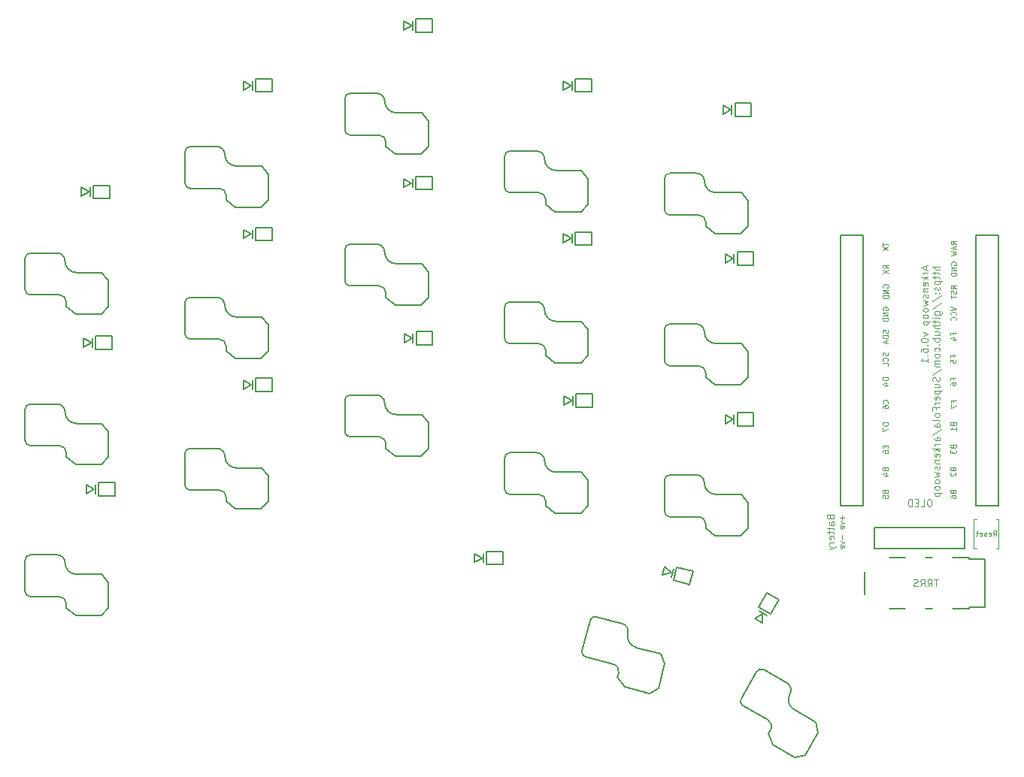
<source format=gbo>
G04 #@! TF.GenerationSoftware,KiCad,Pcbnew,7.0.2-0*
G04 #@! TF.CreationDate,2023-07-28T20:14:38+02:00*
G04 #@! TF.ProjectId,arkenswoop,61726b65-6e73-4776-9f6f-702e6b696361,0.6.1*
G04 #@! TF.SameCoordinates,Original*
G04 #@! TF.FileFunction,Legend,Bot*
G04 #@! TF.FilePolarity,Positive*
%FSLAX46Y46*%
G04 Gerber Fmt 4.6, Leading zero omitted, Abs format (unit mm)*
G04 Created by KiCad (PCBNEW 7.0.2-0) date 2023-07-28 20:14:38*
%MOMM*%
%LPD*%
G01*
G04 APERTURE LIST*
%ADD10C,0.100000*%
%ADD11C,0.080000*%
%ADD12C,0.150000*%
%ADD13C,0.120000*%
G04 APERTURE END LIST*
D10*
X165577536Y-90116402D02*
X165577536Y-90497355D01*
X165806108Y-90040212D02*
X165006108Y-90306879D01*
X165006108Y-90306879D02*
X165806108Y-90573545D01*
X165806108Y-90840212D02*
X165272774Y-90840212D01*
X165425155Y-90840212D02*
X165348965Y-90878307D01*
X165348965Y-90878307D02*
X165310870Y-90916402D01*
X165310870Y-90916402D02*
X165272774Y-90992593D01*
X165272774Y-90992593D02*
X165272774Y-91068783D01*
X165806108Y-91335450D02*
X165006108Y-91335450D01*
X165501346Y-91411640D02*
X165806108Y-91640212D01*
X165272774Y-91640212D02*
X165577536Y-91335450D01*
X165768013Y-92287831D02*
X165806108Y-92211640D01*
X165806108Y-92211640D02*
X165806108Y-92059259D01*
X165806108Y-92059259D02*
X165768013Y-91983069D01*
X165768013Y-91983069D02*
X165691822Y-91944973D01*
X165691822Y-91944973D02*
X165387060Y-91944973D01*
X165387060Y-91944973D02*
X165310870Y-91983069D01*
X165310870Y-91983069D02*
X165272774Y-92059259D01*
X165272774Y-92059259D02*
X165272774Y-92211640D01*
X165272774Y-92211640D02*
X165310870Y-92287831D01*
X165310870Y-92287831D02*
X165387060Y-92325926D01*
X165387060Y-92325926D02*
X165463251Y-92325926D01*
X165463251Y-92325926D02*
X165539441Y-91944973D01*
X165272774Y-92668783D02*
X165806108Y-92668783D01*
X165348965Y-92668783D02*
X165310870Y-92706878D01*
X165310870Y-92706878D02*
X165272774Y-92783068D01*
X165272774Y-92783068D02*
X165272774Y-92897354D01*
X165272774Y-92897354D02*
X165310870Y-92973545D01*
X165310870Y-92973545D02*
X165387060Y-93011640D01*
X165387060Y-93011640D02*
X165806108Y-93011640D01*
X165768013Y-93354497D02*
X165806108Y-93430688D01*
X165806108Y-93430688D02*
X165806108Y-93583069D01*
X165806108Y-93583069D02*
X165768013Y-93659259D01*
X165768013Y-93659259D02*
X165691822Y-93697355D01*
X165691822Y-93697355D02*
X165653727Y-93697355D01*
X165653727Y-93697355D02*
X165577536Y-93659259D01*
X165577536Y-93659259D02*
X165539441Y-93583069D01*
X165539441Y-93583069D02*
X165539441Y-93468783D01*
X165539441Y-93468783D02*
X165501346Y-93392593D01*
X165501346Y-93392593D02*
X165425155Y-93354497D01*
X165425155Y-93354497D02*
X165387060Y-93354497D01*
X165387060Y-93354497D02*
X165310870Y-93392593D01*
X165310870Y-93392593D02*
X165272774Y-93468783D01*
X165272774Y-93468783D02*
X165272774Y-93583069D01*
X165272774Y-93583069D02*
X165310870Y-93659259D01*
X165272774Y-93964021D02*
X165806108Y-94116402D01*
X165806108Y-94116402D02*
X165425155Y-94268783D01*
X165425155Y-94268783D02*
X165806108Y-94421164D01*
X165806108Y-94421164D02*
X165272774Y-94573545D01*
X165806108Y-94992592D02*
X165768013Y-94916402D01*
X165768013Y-94916402D02*
X165729917Y-94878307D01*
X165729917Y-94878307D02*
X165653727Y-94840211D01*
X165653727Y-94840211D02*
X165425155Y-94840211D01*
X165425155Y-94840211D02*
X165348965Y-94878307D01*
X165348965Y-94878307D02*
X165310870Y-94916402D01*
X165310870Y-94916402D02*
X165272774Y-94992592D01*
X165272774Y-94992592D02*
X165272774Y-95106878D01*
X165272774Y-95106878D02*
X165310870Y-95183069D01*
X165310870Y-95183069D02*
X165348965Y-95221164D01*
X165348965Y-95221164D02*
X165425155Y-95259259D01*
X165425155Y-95259259D02*
X165653727Y-95259259D01*
X165653727Y-95259259D02*
X165729917Y-95221164D01*
X165729917Y-95221164D02*
X165768013Y-95183069D01*
X165768013Y-95183069D02*
X165806108Y-95106878D01*
X165806108Y-95106878D02*
X165806108Y-94992592D01*
X165806108Y-95716402D02*
X165768013Y-95640212D01*
X165768013Y-95640212D02*
X165729917Y-95602117D01*
X165729917Y-95602117D02*
X165653727Y-95564021D01*
X165653727Y-95564021D02*
X165425155Y-95564021D01*
X165425155Y-95564021D02*
X165348965Y-95602117D01*
X165348965Y-95602117D02*
X165310870Y-95640212D01*
X165310870Y-95640212D02*
X165272774Y-95716402D01*
X165272774Y-95716402D02*
X165272774Y-95830688D01*
X165272774Y-95830688D02*
X165310870Y-95906879D01*
X165310870Y-95906879D02*
X165348965Y-95944974D01*
X165348965Y-95944974D02*
X165425155Y-95983069D01*
X165425155Y-95983069D02*
X165653727Y-95983069D01*
X165653727Y-95983069D02*
X165729917Y-95944974D01*
X165729917Y-95944974D02*
X165768013Y-95906879D01*
X165768013Y-95906879D02*
X165806108Y-95830688D01*
X165806108Y-95830688D02*
X165806108Y-95716402D01*
X165272774Y-96325927D02*
X166072774Y-96325927D01*
X165310870Y-96325927D02*
X165272774Y-96402117D01*
X165272774Y-96402117D02*
X165272774Y-96554498D01*
X165272774Y-96554498D02*
X165310870Y-96630689D01*
X165310870Y-96630689D02*
X165348965Y-96668784D01*
X165348965Y-96668784D02*
X165425155Y-96706879D01*
X165425155Y-96706879D02*
X165653727Y-96706879D01*
X165653727Y-96706879D02*
X165729917Y-96668784D01*
X165729917Y-96668784D02*
X165768013Y-96630689D01*
X165768013Y-96630689D02*
X165806108Y-96554498D01*
X165806108Y-96554498D02*
X165806108Y-96402117D01*
X165806108Y-96402117D02*
X165768013Y-96325927D01*
X165272774Y-97583070D02*
X165806108Y-97773546D01*
X165806108Y-97773546D02*
X165272774Y-97964023D01*
X165006108Y-98421166D02*
X165006108Y-98497356D01*
X165006108Y-98497356D02*
X165044203Y-98573547D01*
X165044203Y-98573547D02*
X165082298Y-98611642D01*
X165082298Y-98611642D02*
X165158489Y-98649737D01*
X165158489Y-98649737D02*
X165310870Y-98687832D01*
X165310870Y-98687832D02*
X165501346Y-98687832D01*
X165501346Y-98687832D02*
X165653727Y-98649737D01*
X165653727Y-98649737D02*
X165729917Y-98611642D01*
X165729917Y-98611642D02*
X165768013Y-98573547D01*
X165768013Y-98573547D02*
X165806108Y-98497356D01*
X165806108Y-98497356D02*
X165806108Y-98421166D01*
X165806108Y-98421166D02*
X165768013Y-98344975D01*
X165768013Y-98344975D02*
X165729917Y-98306880D01*
X165729917Y-98306880D02*
X165653727Y-98268785D01*
X165653727Y-98268785D02*
X165501346Y-98230689D01*
X165501346Y-98230689D02*
X165310870Y-98230689D01*
X165310870Y-98230689D02*
X165158489Y-98268785D01*
X165158489Y-98268785D02*
X165082298Y-98306880D01*
X165082298Y-98306880D02*
X165044203Y-98344975D01*
X165044203Y-98344975D02*
X165006108Y-98421166D01*
X165729917Y-99030690D02*
X165768013Y-99068785D01*
X165768013Y-99068785D02*
X165806108Y-99030690D01*
X165806108Y-99030690D02*
X165768013Y-98992594D01*
X165768013Y-98992594D02*
X165729917Y-99030690D01*
X165729917Y-99030690D02*
X165806108Y-99030690D01*
X165006108Y-99754499D02*
X165006108Y-99602118D01*
X165006108Y-99602118D02*
X165044203Y-99525927D01*
X165044203Y-99525927D02*
X165082298Y-99487832D01*
X165082298Y-99487832D02*
X165196584Y-99411642D01*
X165196584Y-99411642D02*
X165348965Y-99373546D01*
X165348965Y-99373546D02*
X165653727Y-99373546D01*
X165653727Y-99373546D02*
X165729917Y-99411642D01*
X165729917Y-99411642D02*
X165768013Y-99449737D01*
X165768013Y-99449737D02*
X165806108Y-99525927D01*
X165806108Y-99525927D02*
X165806108Y-99678308D01*
X165806108Y-99678308D02*
X165768013Y-99754499D01*
X165768013Y-99754499D02*
X165729917Y-99792594D01*
X165729917Y-99792594D02*
X165653727Y-99830689D01*
X165653727Y-99830689D02*
X165463251Y-99830689D01*
X165463251Y-99830689D02*
X165387060Y-99792594D01*
X165387060Y-99792594D02*
X165348965Y-99754499D01*
X165348965Y-99754499D02*
X165310870Y-99678308D01*
X165310870Y-99678308D02*
X165310870Y-99525927D01*
X165310870Y-99525927D02*
X165348965Y-99449737D01*
X165348965Y-99449737D02*
X165387060Y-99411642D01*
X165387060Y-99411642D02*
X165463251Y-99373546D01*
X165729917Y-100173547D02*
X165768013Y-100211642D01*
X165768013Y-100211642D02*
X165806108Y-100173547D01*
X165806108Y-100173547D02*
X165768013Y-100135451D01*
X165768013Y-100135451D02*
X165729917Y-100173547D01*
X165729917Y-100173547D02*
X165806108Y-100173547D01*
X165806108Y-100973546D02*
X165806108Y-100516403D01*
X165806108Y-100744975D02*
X165006108Y-100744975D01*
X165006108Y-100744975D02*
X165120393Y-100668784D01*
X165120393Y-100668784D02*
X165196584Y-100592594D01*
X165196584Y-100592594D02*
X165234679Y-100516403D01*
X167102108Y-90154498D02*
X166302108Y-90154498D01*
X167102108Y-90497355D02*
X166683060Y-90497355D01*
X166683060Y-90497355D02*
X166606870Y-90459260D01*
X166606870Y-90459260D02*
X166568774Y-90383069D01*
X166568774Y-90383069D02*
X166568774Y-90268783D01*
X166568774Y-90268783D02*
X166606870Y-90192593D01*
X166606870Y-90192593D02*
X166644965Y-90154498D01*
X166568774Y-90764022D02*
X166568774Y-91068784D01*
X166302108Y-90878308D02*
X166987822Y-90878308D01*
X166987822Y-90878308D02*
X167064013Y-90916403D01*
X167064013Y-90916403D02*
X167102108Y-90992593D01*
X167102108Y-90992593D02*
X167102108Y-91068784D01*
X166568774Y-91221165D02*
X166568774Y-91525927D01*
X166302108Y-91335451D02*
X166987822Y-91335451D01*
X166987822Y-91335451D02*
X167064013Y-91373546D01*
X167064013Y-91373546D02*
X167102108Y-91449736D01*
X167102108Y-91449736D02*
X167102108Y-91525927D01*
X166568774Y-91792594D02*
X167368774Y-91792594D01*
X166606870Y-91792594D02*
X166568774Y-91868784D01*
X166568774Y-91868784D02*
X166568774Y-92021165D01*
X166568774Y-92021165D02*
X166606870Y-92097356D01*
X166606870Y-92097356D02*
X166644965Y-92135451D01*
X166644965Y-92135451D02*
X166721155Y-92173546D01*
X166721155Y-92173546D02*
X166949727Y-92173546D01*
X166949727Y-92173546D02*
X167025917Y-92135451D01*
X167025917Y-92135451D02*
X167064013Y-92097356D01*
X167064013Y-92097356D02*
X167102108Y-92021165D01*
X167102108Y-92021165D02*
X167102108Y-91868784D01*
X167102108Y-91868784D02*
X167064013Y-91792594D01*
X167064013Y-92478308D02*
X167102108Y-92554499D01*
X167102108Y-92554499D02*
X167102108Y-92706880D01*
X167102108Y-92706880D02*
X167064013Y-92783070D01*
X167064013Y-92783070D02*
X166987822Y-92821166D01*
X166987822Y-92821166D02*
X166949727Y-92821166D01*
X166949727Y-92821166D02*
X166873536Y-92783070D01*
X166873536Y-92783070D02*
X166835441Y-92706880D01*
X166835441Y-92706880D02*
X166835441Y-92592594D01*
X166835441Y-92592594D02*
X166797346Y-92516404D01*
X166797346Y-92516404D02*
X166721155Y-92478308D01*
X166721155Y-92478308D02*
X166683060Y-92478308D01*
X166683060Y-92478308D02*
X166606870Y-92516404D01*
X166606870Y-92516404D02*
X166568774Y-92592594D01*
X166568774Y-92592594D02*
X166568774Y-92706880D01*
X166568774Y-92706880D02*
X166606870Y-92783070D01*
X167025917Y-93164023D02*
X167064013Y-93202118D01*
X167064013Y-93202118D02*
X167102108Y-93164023D01*
X167102108Y-93164023D02*
X167064013Y-93125927D01*
X167064013Y-93125927D02*
X167025917Y-93164023D01*
X167025917Y-93164023D02*
X167102108Y-93164023D01*
X166606870Y-93164023D02*
X166644965Y-93202118D01*
X166644965Y-93202118D02*
X166683060Y-93164023D01*
X166683060Y-93164023D02*
X166644965Y-93125927D01*
X166644965Y-93125927D02*
X166606870Y-93164023D01*
X166606870Y-93164023D02*
X166683060Y-93164023D01*
X166264013Y-94116403D02*
X167292584Y-93430689D01*
X166264013Y-94954498D02*
X167292584Y-94268784D01*
X166568774Y-95564022D02*
X167216393Y-95564022D01*
X167216393Y-95564022D02*
X167292584Y-95525927D01*
X167292584Y-95525927D02*
X167330679Y-95487831D01*
X167330679Y-95487831D02*
X167368774Y-95411641D01*
X167368774Y-95411641D02*
X167368774Y-95297355D01*
X167368774Y-95297355D02*
X167330679Y-95221165D01*
X167064013Y-95564022D02*
X167102108Y-95487831D01*
X167102108Y-95487831D02*
X167102108Y-95335450D01*
X167102108Y-95335450D02*
X167064013Y-95259260D01*
X167064013Y-95259260D02*
X167025917Y-95221165D01*
X167025917Y-95221165D02*
X166949727Y-95183069D01*
X166949727Y-95183069D02*
X166721155Y-95183069D01*
X166721155Y-95183069D02*
X166644965Y-95221165D01*
X166644965Y-95221165D02*
X166606870Y-95259260D01*
X166606870Y-95259260D02*
X166568774Y-95335450D01*
X166568774Y-95335450D02*
X166568774Y-95487831D01*
X166568774Y-95487831D02*
X166606870Y-95564022D01*
X167102108Y-95944975D02*
X166568774Y-95944975D01*
X166302108Y-95944975D02*
X166340203Y-95906879D01*
X166340203Y-95906879D02*
X166378298Y-95944975D01*
X166378298Y-95944975D02*
X166340203Y-95983070D01*
X166340203Y-95983070D02*
X166302108Y-95944975D01*
X166302108Y-95944975D02*
X166378298Y-95944975D01*
X166568774Y-96211641D02*
X166568774Y-96516403D01*
X166302108Y-96325927D02*
X166987822Y-96325927D01*
X166987822Y-96325927D02*
X167064013Y-96364022D01*
X167064013Y-96364022D02*
X167102108Y-96440212D01*
X167102108Y-96440212D02*
X167102108Y-96516403D01*
X167102108Y-96783070D02*
X166302108Y-96783070D01*
X167102108Y-97125927D02*
X166683060Y-97125927D01*
X166683060Y-97125927D02*
X166606870Y-97087832D01*
X166606870Y-97087832D02*
X166568774Y-97011641D01*
X166568774Y-97011641D02*
X166568774Y-96897355D01*
X166568774Y-96897355D02*
X166606870Y-96821165D01*
X166606870Y-96821165D02*
X166644965Y-96783070D01*
X166568774Y-97849737D02*
X167102108Y-97849737D01*
X166568774Y-97506880D02*
X166987822Y-97506880D01*
X166987822Y-97506880D02*
X167064013Y-97544975D01*
X167064013Y-97544975D02*
X167102108Y-97621165D01*
X167102108Y-97621165D02*
X167102108Y-97735451D01*
X167102108Y-97735451D02*
X167064013Y-97811642D01*
X167064013Y-97811642D02*
X167025917Y-97849737D01*
X167102108Y-98230690D02*
X166302108Y-98230690D01*
X166606870Y-98230690D02*
X166568774Y-98306880D01*
X166568774Y-98306880D02*
X166568774Y-98459261D01*
X166568774Y-98459261D02*
X166606870Y-98535452D01*
X166606870Y-98535452D02*
X166644965Y-98573547D01*
X166644965Y-98573547D02*
X166721155Y-98611642D01*
X166721155Y-98611642D02*
X166949727Y-98611642D01*
X166949727Y-98611642D02*
X167025917Y-98573547D01*
X167025917Y-98573547D02*
X167064013Y-98535452D01*
X167064013Y-98535452D02*
X167102108Y-98459261D01*
X167102108Y-98459261D02*
X167102108Y-98306880D01*
X167102108Y-98306880D02*
X167064013Y-98230690D01*
X167025917Y-98954500D02*
X167064013Y-98992595D01*
X167064013Y-98992595D02*
X167102108Y-98954500D01*
X167102108Y-98954500D02*
X167064013Y-98916404D01*
X167064013Y-98916404D02*
X167025917Y-98954500D01*
X167025917Y-98954500D02*
X167102108Y-98954500D01*
X167064013Y-99678309D02*
X167102108Y-99602118D01*
X167102108Y-99602118D02*
X167102108Y-99449737D01*
X167102108Y-99449737D02*
X167064013Y-99373547D01*
X167064013Y-99373547D02*
X167025917Y-99335452D01*
X167025917Y-99335452D02*
X166949727Y-99297356D01*
X166949727Y-99297356D02*
X166721155Y-99297356D01*
X166721155Y-99297356D02*
X166644965Y-99335452D01*
X166644965Y-99335452D02*
X166606870Y-99373547D01*
X166606870Y-99373547D02*
X166568774Y-99449737D01*
X166568774Y-99449737D02*
X166568774Y-99602118D01*
X166568774Y-99602118D02*
X166606870Y-99678309D01*
X167102108Y-100135451D02*
X167064013Y-100059261D01*
X167064013Y-100059261D02*
X167025917Y-100021166D01*
X167025917Y-100021166D02*
X166949727Y-99983070D01*
X166949727Y-99983070D02*
X166721155Y-99983070D01*
X166721155Y-99983070D02*
X166644965Y-100021166D01*
X166644965Y-100021166D02*
X166606870Y-100059261D01*
X166606870Y-100059261D02*
X166568774Y-100135451D01*
X166568774Y-100135451D02*
X166568774Y-100249737D01*
X166568774Y-100249737D02*
X166606870Y-100325928D01*
X166606870Y-100325928D02*
X166644965Y-100364023D01*
X166644965Y-100364023D02*
X166721155Y-100402118D01*
X166721155Y-100402118D02*
X166949727Y-100402118D01*
X166949727Y-100402118D02*
X167025917Y-100364023D01*
X167025917Y-100364023D02*
X167064013Y-100325928D01*
X167064013Y-100325928D02*
X167102108Y-100249737D01*
X167102108Y-100249737D02*
X167102108Y-100135451D01*
X167102108Y-100744976D02*
X166568774Y-100744976D01*
X166644965Y-100744976D02*
X166606870Y-100783071D01*
X166606870Y-100783071D02*
X166568774Y-100859261D01*
X166568774Y-100859261D02*
X166568774Y-100973547D01*
X166568774Y-100973547D02*
X166606870Y-101049738D01*
X166606870Y-101049738D02*
X166683060Y-101087833D01*
X166683060Y-101087833D02*
X167102108Y-101087833D01*
X166683060Y-101087833D02*
X166606870Y-101125928D01*
X166606870Y-101125928D02*
X166568774Y-101202119D01*
X166568774Y-101202119D02*
X166568774Y-101316404D01*
X166568774Y-101316404D02*
X166606870Y-101392595D01*
X166606870Y-101392595D02*
X166683060Y-101430690D01*
X166683060Y-101430690D02*
X167102108Y-101430690D01*
X166264013Y-102383071D02*
X167292584Y-101697357D01*
X167064013Y-102611642D02*
X167102108Y-102725928D01*
X167102108Y-102725928D02*
X167102108Y-102916404D01*
X167102108Y-102916404D02*
X167064013Y-102992595D01*
X167064013Y-102992595D02*
X167025917Y-103030690D01*
X167025917Y-103030690D02*
X166949727Y-103068785D01*
X166949727Y-103068785D02*
X166873536Y-103068785D01*
X166873536Y-103068785D02*
X166797346Y-103030690D01*
X166797346Y-103030690D02*
X166759251Y-102992595D01*
X166759251Y-102992595D02*
X166721155Y-102916404D01*
X166721155Y-102916404D02*
X166683060Y-102764023D01*
X166683060Y-102764023D02*
X166644965Y-102687833D01*
X166644965Y-102687833D02*
X166606870Y-102649738D01*
X166606870Y-102649738D02*
X166530679Y-102611642D01*
X166530679Y-102611642D02*
X166454489Y-102611642D01*
X166454489Y-102611642D02*
X166378298Y-102649738D01*
X166378298Y-102649738D02*
X166340203Y-102687833D01*
X166340203Y-102687833D02*
X166302108Y-102764023D01*
X166302108Y-102764023D02*
X166302108Y-102954500D01*
X166302108Y-102954500D02*
X166340203Y-103068785D01*
X166568774Y-103754500D02*
X167102108Y-103754500D01*
X166568774Y-103411643D02*
X166987822Y-103411643D01*
X166987822Y-103411643D02*
X167064013Y-103449738D01*
X167064013Y-103449738D02*
X167102108Y-103525928D01*
X167102108Y-103525928D02*
X167102108Y-103640214D01*
X167102108Y-103640214D02*
X167064013Y-103716405D01*
X167064013Y-103716405D02*
X167025917Y-103754500D01*
X166568774Y-104135453D02*
X167368774Y-104135453D01*
X166606870Y-104135453D02*
X166568774Y-104211643D01*
X166568774Y-104211643D02*
X166568774Y-104364024D01*
X166568774Y-104364024D02*
X166606870Y-104440215D01*
X166606870Y-104440215D02*
X166644965Y-104478310D01*
X166644965Y-104478310D02*
X166721155Y-104516405D01*
X166721155Y-104516405D02*
X166949727Y-104516405D01*
X166949727Y-104516405D02*
X167025917Y-104478310D01*
X167025917Y-104478310D02*
X167064013Y-104440215D01*
X167064013Y-104440215D02*
X167102108Y-104364024D01*
X167102108Y-104364024D02*
X167102108Y-104211643D01*
X167102108Y-104211643D02*
X167064013Y-104135453D01*
X167064013Y-105164025D02*
X167102108Y-105087834D01*
X167102108Y-105087834D02*
X167102108Y-104935453D01*
X167102108Y-104935453D02*
X167064013Y-104859263D01*
X167064013Y-104859263D02*
X166987822Y-104821167D01*
X166987822Y-104821167D02*
X166683060Y-104821167D01*
X166683060Y-104821167D02*
X166606870Y-104859263D01*
X166606870Y-104859263D02*
X166568774Y-104935453D01*
X166568774Y-104935453D02*
X166568774Y-105087834D01*
X166568774Y-105087834D02*
X166606870Y-105164025D01*
X166606870Y-105164025D02*
X166683060Y-105202120D01*
X166683060Y-105202120D02*
X166759251Y-105202120D01*
X166759251Y-105202120D02*
X166835441Y-104821167D01*
X167102108Y-105544977D02*
X166568774Y-105544977D01*
X166721155Y-105544977D02*
X166644965Y-105583072D01*
X166644965Y-105583072D02*
X166606870Y-105621167D01*
X166606870Y-105621167D02*
X166568774Y-105697358D01*
X166568774Y-105697358D02*
X166568774Y-105773548D01*
X166683060Y-106306881D02*
X166683060Y-106040215D01*
X167102108Y-106040215D02*
X166302108Y-106040215D01*
X166302108Y-106040215D02*
X166302108Y-106421167D01*
X167102108Y-106840214D02*
X167064013Y-106764024D01*
X167064013Y-106764024D02*
X167025917Y-106725929D01*
X167025917Y-106725929D02*
X166949727Y-106687833D01*
X166949727Y-106687833D02*
X166721155Y-106687833D01*
X166721155Y-106687833D02*
X166644965Y-106725929D01*
X166644965Y-106725929D02*
X166606870Y-106764024D01*
X166606870Y-106764024D02*
X166568774Y-106840214D01*
X166568774Y-106840214D02*
X166568774Y-106954500D01*
X166568774Y-106954500D02*
X166606870Y-107030691D01*
X166606870Y-107030691D02*
X166644965Y-107068786D01*
X166644965Y-107068786D02*
X166721155Y-107106881D01*
X166721155Y-107106881D02*
X166949727Y-107106881D01*
X166949727Y-107106881D02*
X167025917Y-107068786D01*
X167025917Y-107068786D02*
X167064013Y-107030691D01*
X167064013Y-107030691D02*
X167102108Y-106954500D01*
X167102108Y-106954500D02*
X167102108Y-106840214D01*
X167102108Y-107564024D02*
X167064013Y-107487834D01*
X167064013Y-107487834D02*
X166987822Y-107449739D01*
X166987822Y-107449739D02*
X166302108Y-107449739D01*
X167102108Y-108211644D02*
X166683060Y-108211644D01*
X166683060Y-108211644D02*
X166606870Y-108173549D01*
X166606870Y-108173549D02*
X166568774Y-108097358D01*
X166568774Y-108097358D02*
X166568774Y-107944977D01*
X166568774Y-107944977D02*
X166606870Y-107868787D01*
X167064013Y-108211644D02*
X167102108Y-108135453D01*
X167102108Y-108135453D02*
X167102108Y-107944977D01*
X167102108Y-107944977D02*
X167064013Y-107868787D01*
X167064013Y-107868787D02*
X166987822Y-107830691D01*
X166987822Y-107830691D02*
X166911632Y-107830691D01*
X166911632Y-107830691D02*
X166835441Y-107868787D01*
X166835441Y-107868787D02*
X166797346Y-107944977D01*
X166797346Y-107944977D02*
X166797346Y-108135453D01*
X166797346Y-108135453D02*
X166759251Y-108211644D01*
X166264013Y-109164025D02*
X167292584Y-108478311D01*
X167102108Y-109773549D02*
X166683060Y-109773549D01*
X166683060Y-109773549D02*
X166606870Y-109735454D01*
X166606870Y-109735454D02*
X166568774Y-109659263D01*
X166568774Y-109659263D02*
X166568774Y-109506882D01*
X166568774Y-109506882D02*
X166606870Y-109430692D01*
X167064013Y-109773549D02*
X167102108Y-109697358D01*
X167102108Y-109697358D02*
X167102108Y-109506882D01*
X167102108Y-109506882D02*
X167064013Y-109430692D01*
X167064013Y-109430692D02*
X166987822Y-109392596D01*
X166987822Y-109392596D02*
X166911632Y-109392596D01*
X166911632Y-109392596D02*
X166835441Y-109430692D01*
X166835441Y-109430692D02*
X166797346Y-109506882D01*
X166797346Y-109506882D02*
X166797346Y-109697358D01*
X166797346Y-109697358D02*
X166759251Y-109773549D01*
X167102108Y-110154502D02*
X166568774Y-110154502D01*
X166721155Y-110154502D02*
X166644965Y-110192597D01*
X166644965Y-110192597D02*
X166606870Y-110230692D01*
X166606870Y-110230692D02*
X166568774Y-110306883D01*
X166568774Y-110306883D02*
X166568774Y-110383073D01*
X167102108Y-110649740D02*
X166302108Y-110649740D01*
X166797346Y-110725930D02*
X167102108Y-110954502D01*
X166568774Y-110954502D02*
X166873536Y-110649740D01*
X167064013Y-111602121D02*
X167102108Y-111525930D01*
X167102108Y-111525930D02*
X167102108Y-111373549D01*
X167102108Y-111373549D02*
X167064013Y-111297359D01*
X167064013Y-111297359D02*
X166987822Y-111259263D01*
X166987822Y-111259263D02*
X166683060Y-111259263D01*
X166683060Y-111259263D02*
X166606870Y-111297359D01*
X166606870Y-111297359D02*
X166568774Y-111373549D01*
X166568774Y-111373549D02*
X166568774Y-111525930D01*
X166568774Y-111525930D02*
X166606870Y-111602121D01*
X166606870Y-111602121D02*
X166683060Y-111640216D01*
X166683060Y-111640216D02*
X166759251Y-111640216D01*
X166759251Y-111640216D02*
X166835441Y-111259263D01*
X166568774Y-111983073D02*
X167102108Y-111983073D01*
X166644965Y-111983073D02*
X166606870Y-112021168D01*
X166606870Y-112021168D02*
X166568774Y-112097358D01*
X166568774Y-112097358D02*
X166568774Y-112211644D01*
X166568774Y-112211644D02*
X166606870Y-112287835D01*
X166606870Y-112287835D02*
X166683060Y-112325930D01*
X166683060Y-112325930D02*
X167102108Y-112325930D01*
X167064013Y-112668787D02*
X167102108Y-112744978D01*
X167102108Y-112744978D02*
X167102108Y-112897359D01*
X167102108Y-112897359D02*
X167064013Y-112973549D01*
X167064013Y-112973549D02*
X166987822Y-113011645D01*
X166987822Y-113011645D02*
X166949727Y-113011645D01*
X166949727Y-113011645D02*
X166873536Y-112973549D01*
X166873536Y-112973549D02*
X166835441Y-112897359D01*
X166835441Y-112897359D02*
X166835441Y-112783073D01*
X166835441Y-112783073D02*
X166797346Y-112706883D01*
X166797346Y-112706883D02*
X166721155Y-112668787D01*
X166721155Y-112668787D02*
X166683060Y-112668787D01*
X166683060Y-112668787D02*
X166606870Y-112706883D01*
X166606870Y-112706883D02*
X166568774Y-112783073D01*
X166568774Y-112783073D02*
X166568774Y-112897359D01*
X166568774Y-112897359D02*
X166606870Y-112973549D01*
X166568774Y-113278311D02*
X167102108Y-113430692D01*
X167102108Y-113430692D02*
X166721155Y-113583073D01*
X166721155Y-113583073D02*
X167102108Y-113735454D01*
X167102108Y-113735454D02*
X166568774Y-113887835D01*
X167102108Y-114306882D02*
X167064013Y-114230692D01*
X167064013Y-114230692D02*
X167025917Y-114192597D01*
X167025917Y-114192597D02*
X166949727Y-114154501D01*
X166949727Y-114154501D02*
X166721155Y-114154501D01*
X166721155Y-114154501D02*
X166644965Y-114192597D01*
X166644965Y-114192597D02*
X166606870Y-114230692D01*
X166606870Y-114230692D02*
X166568774Y-114306882D01*
X166568774Y-114306882D02*
X166568774Y-114421168D01*
X166568774Y-114421168D02*
X166606870Y-114497359D01*
X166606870Y-114497359D02*
X166644965Y-114535454D01*
X166644965Y-114535454D02*
X166721155Y-114573549D01*
X166721155Y-114573549D02*
X166949727Y-114573549D01*
X166949727Y-114573549D02*
X167025917Y-114535454D01*
X167025917Y-114535454D02*
X167064013Y-114497359D01*
X167064013Y-114497359D02*
X167102108Y-114421168D01*
X167102108Y-114421168D02*
X167102108Y-114306882D01*
X167102108Y-115030692D02*
X167064013Y-114954502D01*
X167064013Y-114954502D02*
X167025917Y-114916407D01*
X167025917Y-114916407D02*
X166949727Y-114878311D01*
X166949727Y-114878311D02*
X166721155Y-114878311D01*
X166721155Y-114878311D02*
X166644965Y-114916407D01*
X166644965Y-114916407D02*
X166606870Y-114954502D01*
X166606870Y-114954502D02*
X166568774Y-115030692D01*
X166568774Y-115030692D02*
X166568774Y-115144978D01*
X166568774Y-115144978D02*
X166606870Y-115221169D01*
X166606870Y-115221169D02*
X166644965Y-115259264D01*
X166644965Y-115259264D02*
X166721155Y-115297359D01*
X166721155Y-115297359D02*
X166949727Y-115297359D01*
X166949727Y-115297359D02*
X167025917Y-115259264D01*
X167025917Y-115259264D02*
X167064013Y-115221169D01*
X167064013Y-115221169D02*
X167102108Y-115144978D01*
X167102108Y-115144978D02*
X167102108Y-115030692D01*
X166568774Y-115640217D02*
X167368774Y-115640217D01*
X166606870Y-115640217D02*
X166568774Y-115716407D01*
X166568774Y-115716407D02*
X166568774Y-115868788D01*
X166568774Y-115868788D02*
X166606870Y-115944979D01*
X166606870Y-115944979D02*
X166644965Y-115983074D01*
X166644965Y-115983074D02*
X166721155Y-116021169D01*
X166721155Y-116021169D02*
X166949727Y-116021169D01*
X166949727Y-116021169D02*
X167025917Y-115983074D01*
X167025917Y-115983074D02*
X167064013Y-115944979D01*
X167064013Y-115944979D02*
X167102108Y-115868788D01*
X167102108Y-115868788D02*
X167102108Y-115716407D01*
X167102108Y-115716407D02*
X167064013Y-115640217D01*
X166062342Y-116363006D02*
X165909961Y-116363006D01*
X165909961Y-116363006D02*
X165833771Y-116401101D01*
X165833771Y-116401101D02*
X165757580Y-116477291D01*
X165757580Y-116477291D02*
X165719485Y-116629672D01*
X165719485Y-116629672D02*
X165719485Y-116896339D01*
X165719485Y-116896339D02*
X165757580Y-117048720D01*
X165757580Y-117048720D02*
X165833771Y-117124911D01*
X165833771Y-117124911D02*
X165909961Y-117163006D01*
X165909961Y-117163006D02*
X166062342Y-117163006D01*
X166062342Y-117163006D02*
X166138533Y-117124911D01*
X166138533Y-117124911D02*
X166214723Y-117048720D01*
X166214723Y-117048720D02*
X166252819Y-116896339D01*
X166252819Y-116896339D02*
X166252819Y-116629672D01*
X166252819Y-116629672D02*
X166214723Y-116477291D01*
X166214723Y-116477291D02*
X166138533Y-116401101D01*
X166138533Y-116401101D02*
X166062342Y-116363006D01*
X164995676Y-117163006D02*
X165376628Y-117163006D01*
X165376628Y-117163006D02*
X165376628Y-116363006D01*
X164729009Y-116743958D02*
X164462343Y-116743958D01*
X164348057Y-117163006D02*
X164729009Y-117163006D01*
X164729009Y-117163006D02*
X164729009Y-116363006D01*
X164729009Y-116363006D02*
X164348057Y-116363006D01*
X164005199Y-117163006D02*
X164005199Y-116363006D01*
X164005199Y-116363006D02*
X163814723Y-116363006D01*
X163814723Y-116363006D02*
X163700437Y-116401101D01*
X163700437Y-116401101D02*
X163624247Y-116477291D01*
X163624247Y-116477291D02*
X163586152Y-116553482D01*
X163586152Y-116553482D02*
X163548056Y-116705863D01*
X163548056Y-116705863D02*
X163548056Y-116820149D01*
X163548056Y-116820149D02*
X163586152Y-116972530D01*
X163586152Y-116972530D02*
X163624247Y-117048720D01*
X163624247Y-117048720D02*
X163700437Y-117124911D01*
X163700437Y-117124911D02*
X163814723Y-117163006D01*
X163814723Y-117163006D02*
X164005199Y-117163006D01*
D11*
X173122890Y-120530390D02*
X173322890Y-120244676D01*
X173465747Y-120530390D02*
X173465747Y-119930390D01*
X173465747Y-119930390D02*
X173237176Y-119930390D01*
X173237176Y-119930390D02*
X173180033Y-119958961D01*
X173180033Y-119958961D02*
X173151462Y-119987533D01*
X173151462Y-119987533D02*
X173122890Y-120044676D01*
X173122890Y-120044676D02*
X173122890Y-120130390D01*
X173122890Y-120130390D02*
X173151462Y-120187533D01*
X173151462Y-120187533D02*
X173180033Y-120216104D01*
X173180033Y-120216104D02*
X173237176Y-120244676D01*
X173237176Y-120244676D02*
X173465747Y-120244676D01*
X172637176Y-120501819D02*
X172694319Y-120530390D01*
X172694319Y-120530390D02*
X172808605Y-120530390D01*
X172808605Y-120530390D02*
X172865747Y-120501819D01*
X172865747Y-120501819D02*
X172894319Y-120444676D01*
X172894319Y-120444676D02*
X172894319Y-120216104D01*
X172894319Y-120216104D02*
X172865747Y-120158961D01*
X172865747Y-120158961D02*
X172808605Y-120130390D01*
X172808605Y-120130390D02*
X172694319Y-120130390D01*
X172694319Y-120130390D02*
X172637176Y-120158961D01*
X172637176Y-120158961D02*
X172608605Y-120216104D01*
X172608605Y-120216104D02*
X172608605Y-120273247D01*
X172608605Y-120273247D02*
X172894319Y-120330390D01*
X172380033Y-120501819D02*
X172322890Y-120530390D01*
X172322890Y-120530390D02*
X172208604Y-120530390D01*
X172208604Y-120530390D02*
X172151461Y-120501819D01*
X172151461Y-120501819D02*
X172122890Y-120444676D01*
X172122890Y-120444676D02*
X172122890Y-120416104D01*
X172122890Y-120416104D02*
X172151461Y-120358961D01*
X172151461Y-120358961D02*
X172208604Y-120330390D01*
X172208604Y-120330390D02*
X172294319Y-120330390D01*
X172294319Y-120330390D02*
X172351461Y-120301819D01*
X172351461Y-120301819D02*
X172380033Y-120244676D01*
X172380033Y-120244676D02*
X172380033Y-120216104D01*
X172380033Y-120216104D02*
X172351461Y-120158961D01*
X172351461Y-120158961D02*
X172294319Y-120130390D01*
X172294319Y-120130390D02*
X172208604Y-120130390D01*
X172208604Y-120130390D02*
X172151461Y-120158961D01*
X171637176Y-120501819D02*
X171694319Y-120530390D01*
X171694319Y-120530390D02*
X171808605Y-120530390D01*
X171808605Y-120530390D02*
X171865747Y-120501819D01*
X171865747Y-120501819D02*
X171894319Y-120444676D01*
X171894319Y-120444676D02*
X171894319Y-120216104D01*
X171894319Y-120216104D02*
X171865747Y-120158961D01*
X171865747Y-120158961D02*
X171808605Y-120130390D01*
X171808605Y-120130390D02*
X171694319Y-120130390D01*
X171694319Y-120130390D02*
X171637176Y-120158961D01*
X171637176Y-120158961D02*
X171608605Y-120216104D01*
X171608605Y-120216104D02*
X171608605Y-120273247D01*
X171608605Y-120273247D02*
X171894319Y-120330390D01*
X171437176Y-120130390D02*
X171208604Y-120130390D01*
X171351461Y-119930390D02*
X171351461Y-120444676D01*
X171351461Y-120444676D02*
X171322890Y-120501819D01*
X171322890Y-120501819D02*
X171265747Y-120530390D01*
X171265747Y-120530390D02*
X171208604Y-120530390D01*
D10*
X154808478Y-118394262D02*
X154846573Y-118508548D01*
X154846573Y-118508548D02*
X154884669Y-118546643D01*
X154884669Y-118546643D02*
X154960859Y-118584739D01*
X154960859Y-118584739D02*
X155075145Y-118584739D01*
X155075145Y-118584739D02*
X155151335Y-118546643D01*
X155151335Y-118546643D02*
X155189431Y-118508548D01*
X155189431Y-118508548D02*
X155227526Y-118432358D01*
X155227526Y-118432358D02*
X155227526Y-118127596D01*
X155227526Y-118127596D02*
X154427526Y-118127596D01*
X154427526Y-118127596D02*
X154427526Y-118394262D01*
X154427526Y-118394262D02*
X154465621Y-118470453D01*
X154465621Y-118470453D02*
X154503716Y-118508548D01*
X154503716Y-118508548D02*
X154579907Y-118546643D01*
X154579907Y-118546643D02*
X154656097Y-118546643D01*
X154656097Y-118546643D02*
X154732288Y-118508548D01*
X154732288Y-118508548D02*
X154770383Y-118470453D01*
X154770383Y-118470453D02*
X154808478Y-118394262D01*
X154808478Y-118394262D02*
X154808478Y-118127596D01*
X155227526Y-119270453D02*
X154808478Y-119270453D01*
X154808478Y-119270453D02*
X154732288Y-119232358D01*
X154732288Y-119232358D02*
X154694192Y-119156167D01*
X154694192Y-119156167D02*
X154694192Y-119003786D01*
X154694192Y-119003786D02*
X154732288Y-118927596D01*
X155189431Y-119270453D02*
X155227526Y-119194262D01*
X155227526Y-119194262D02*
X155227526Y-119003786D01*
X155227526Y-119003786D02*
X155189431Y-118927596D01*
X155189431Y-118927596D02*
X155113240Y-118889500D01*
X155113240Y-118889500D02*
X155037050Y-118889500D01*
X155037050Y-118889500D02*
X154960859Y-118927596D01*
X154960859Y-118927596D02*
X154922764Y-119003786D01*
X154922764Y-119003786D02*
X154922764Y-119194262D01*
X154922764Y-119194262D02*
X154884669Y-119270453D01*
X154694192Y-119537120D02*
X154694192Y-119841882D01*
X154427526Y-119651406D02*
X155113240Y-119651406D01*
X155113240Y-119651406D02*
X155189431Y-119689501D01*
X155189431Y-119689501D02*
X155227526Y-119765691D01*
X155227526Y-119765691D02*
X155227526Y-119841882D01*
X154694192Y-119994263D02*
X154694192Y-120299025D01*
X154427526Y-120108549D02*
X155113240Y-120108549D01*
X155113240Y-120108549D02*
X155189431Y-120146644D01*
X155189431Y-120146644D02*
X155227526Y-120222834D01*
X155227526Y-120222834D02*
X155227526Y-120299025D01*
X155189431Y-120870454D02*
X155227526Y-120794263D01*
X155227526Y-120794263D02*
X155227526Y-120641882D01*
X155227526Y-120641882D02*
X155189431Y-120565692D01*
X155189431Y-120565692D02*
X155113240Y-120527596D01*
X155113240Y-120527596D02*
X154808478Y-120527596D01*
X154808478Y-120527596D02*
X154732288Y-120565692D01*
X154732288Y-120565692D02*
X154694192Y-120641882D01*
X154694192Y-120641882D02*
X154694192Y-120794263D01*
X154694192Y-120794263D02*
X154732288Y-120870454D01*
X154732288Y-120870454D02*
X154808478Y-120908549D01*
X154808478Y-120908549D02*
X154884669Y-120908549D01*
X154884669Y-120908549D02*
X154960859Y-120527596D01*
X155227526Y-121251406D02*
X154694192Y-121251406D01*
X154846573Y-121251406D02*
X154770383Y-121289501D01*
X154770383Y-121289501D02*
X154732288Y-121327596D01*
X154732288Y-121327596D02*
X154694192Y-121403787D01*
X154694192Y-121403787D02*
X154694192Y-121479977D01*
X154694192Y-121670453D02*
X155227526Y-121860929D01*
X154694192Y-122051406D02*
X155227526Y-121860929D01*
X155227526Y-121860929D02*
X155418002Y-121784739D01*
X155418002Y-121784739D02*
X155456097Y-121746644D01*
X155456097Y-121746644D02*
X155494192Y-121670453D01*
D11*
X156149431Y-118237120D02*
X156149431Y-118694263D01*
X156378002Y-118465691D02*
X155920859Y-118465691D01*
X155978002Y-118922834D02*
X156378002Y-119065691D01*
X156378002Y-119065691D02*
X155978002Y-119208548D01*
X156349431Y-119665691D02*
X156378002Y-119608548D01*
X156378002Y-119608548D02*
X156378002Y-119494263D01*
X156378002Y-119494263D02*
X156349431Y-119437120D01*
X156349431Y-119437120D02*
X156292288Y-119408548D01*
X156292288Y-119408548D02*
X156063716Y-119408548D01*
X156063716Y-119408548D02*
X156006573Y-119437120D01*
X156006573Y-119437120D02*
X155978002Y-119494263D01*
X155978002Y-119494263D02*
X155978002Y-119608548D01*
X155978002Y-119608548D02*
X156006573Y-119665691D01*
X156006573Y-119665691D02*
X156063716Y-119694263D01*
X156063716Y-119694263D02*
X156120859Y-119694263D01*
X156120859Y-119694263D02*
X156178002Y-119408548D01*
X156149431Y-120437120D02*
X156149431Y-120894263D01*
X155978002Y-121122834D02*
X156378002Y-121265691D01*
X156378002Y-121265691D02*
X155978002Y-121408548D01*
X156349431Y-121865691D02*
X156378002Y-121808548D01*
X156378002Y-121808548D02*
X156378002Y-121694263D01*
X156378002Y-121694263D02*
X156349431Y-121637120D01*
X156349431Y-121637120D02*
X156292288Y-121608548D01*
X156292288Y-121608548D02*
X156063716Y-121608548D01*
X156063716Y-121608548D02*
X156006573Y-121637120D01*
X156006573Y-121637120D02*
X155978002Y-121694263D01*
X155978002Y-121694263D02*
X155978002Y-121808548D01*
X155978002Y-121808548D02*
X156006573Y-121865691D01*
X156006573Y-121865691D02*
X156063716Y-121894263D01*
X156063716Y-121894263D02*
X156120859Y-121894263D01*
X156120859Y-121894263D02*
X156178002Y-121608548D01*
X168422401Y-89976079D02*
X168393830Y-89918937D01*
X168393830Y-89918937D02*
X168393830Y-89833222D01*
X168393830Y-89833222D02*
X168422401Y-89747508D01*
X168422401Y-89747508D02*
X168479544Y-89690365D01*
X168479544Y-89690365D02*
X168536687Y-89661794D01*
X168536687Y-89661794D02*
X168650973Y-89633222D01*
X168650973Y-89633222D02*
X168736687Y-89633222D01*
X168736687Y-89633222D02*
X168850973Y-89661794D01*
X168850973Y-89661794D02*
X168908116Y-89690365D01*
X168908116Y-89690365D02*
X168965259Y-89747508D01*
X168965259Y-89747508D02*
X168993830Y-89833222D01*
X168993830Y-89833222D02*
X168993830Y-89890365D01*
X168993830Y-89890365D02*
X168965259Y-89976079D01*
X168965259Y-89976079D02*
X168936687Y-90004651D01*
X168936687Y-90004651D02*
X168736687Y-90004651D01*
X168736687Y-90004651D02*
X168736687Y-89890365D01*
X168993830Y-90261794D02*
X168393830Y-90261794D01*
X168393830Y-90261794D02*
X168993830Y-90604651D01*
X168993830Y-90604651D02*
X168393830Y-90604651D01*
X168993830Y-90890365D02*
X168393830Y-90890365D01*
X168393830Y-90890365D02*
X168393830Y-91033222D01*
X168393830Y-91033222D02*
X168422401Y-91118936D01*
X168422401Y-91118936D02*
X168479544Y-91176079D01*
X168479544Y-91176079D02*
X168536687Y-91204650D01*
X168536687Y-91204650D02*
X168650973Y-91233222D01*
X168650973Y-91233222D02*
X168736687Y-91233222D01*
X168736687Y-91233222D02*
X168850973Y-91204650D01*
X168850973Y-91204650D02*
X168908116Y-91176079D01*
X168908116Y-91176079D02*
X168965259Y-91118936D01*
X168965259Y-91118936D02*
X168993830Y-91033222D01*
X168993830Y-91033222D02*
X168993830Y-90890365D01*
X161003443Y-110317829D02*
X161003443Y-110517829D01*
X161317729Y-110603543D02*
X161317729Y-110317829D01*
X161317729Y-110317829D02*
X160717729Y-110317829D01*
X160717729Y-110317829D02*
X160717729Y-110603543D01*
X160717729Y-111117829D02*
X160717729Y-111003543D01*
X160717729Y-111003543D02*
X160746300Y-110946400D01*
X160746300Y-110946400D02*
X160774872Y-110917829D01*
X160774872Y-110917829D02*
X160860586Y-110860686D01*
X160860586Y-110860686D02*
X160974872Y-110832114D01*
X160974872Y-110832114D02*
X161203443Y-110832114D01*
X161203443Y-110832114D02*
X161260586Y-110860686D01*
X161260586Y-110860686D02*
X161289158Y-110889257D01*
X161289158Y-110889257D02*
X161317729Y-110946400D01*
X161317729Y-110946400D02*
X161317729Y-111060686D01*
X161317729Y-111060686D02*
X161289158Y-111117829D01*
X161289158Y-111117829D02*
X161260586Y-111146400D01*
X161260586Y-111146400D02*
X161203443Y-111174971D01*
X161203443Y-111174971D02*
X161060586Y-111174971D01*
X161060586Y-111174971D02*
X161003443Y-111146400D01*
X161003443Y-111146400D02*
X160974872Y-111117829D01*
X160974872Y-111117829D02*
X160946300Y-111060686D01*
X160946300Y-111060686D02*
X160946300Y-110946400D01*
X160946300Y-110946400D02*
X160974872Y-110889257D01*
X160974872Y-110889257D02*
X161003443Y-110860686D01*
X161003443Y-110860686D02*
X161060586Y-110832114D01*
X168648608Y-107947731D02*
X168677180Y-108033445D01*
X168677180Y-108033445D02*
X168705751Y-108062016D01*
X168705751Y-108062016D02*
X168762894Y-108090588D01*
X168762894Y-108090588D02*
X168848608Y-108090588D01*
X168848608Y-108090588D02*
X168905751Y-108062016D01*
X168905751Y-108062016D02*
X168934323Y-108033445D01*
X168934323Y-108033445D02*
X168962894Y-107976302D01*
X168962894Y-107976302D02*
X168962894Y-107747731D01*
X168962894Y-107747731D02*
X168362894Y-107747731D01*
X168362894Y-107747731D02*
X168362894Y-107947731D01*
X168362894Y-107947731D02*
X168391465Y-108004874D01*
X168391465Y-108004874D02*
X168420037Y-108033445D01*
X168420037Y-108033445D02*
X168477180Y-108062016D01*
X168477180Y-108062016D02*
X168534323Y-108062016D01*
X168534323Y-108062016D02*
X168591465Y-108033445D01*
X168591465Y-108033445D02*
X168620037Y-108004874D01*
X168620037Y-108004874D02*
X168648608Y-107947731D01*
X168648608Y-107947731D02*
X168648608Y-107747731D01*
X168962894Y-108662016D02*
X168962894Y-108319159D01*
X168962894Y-108490588D02*
X168362894Y-108490588D01*
X168362894Y-108490588D02*
X168448608Y-108433445D01*
X168448608Y-108433445D02*
X168505751Y-108376302D01*
X168505751Y-108376302D02*
X168534323Y-108319159D01*
X160777236Y-92517606D02*
X160748665Y-92460464D01*
X160748665Y-92460464D02*
X160748665Y-92374749D01*
X160748665Y-92374749D02*
X160777236Y-92289035D01*
X160777236Y-92289035D02*
X160834379Y-92231892D01*
X160834379Y-92231892D02*
X160891522Y-92203321D01*
X160891522Y-92203321D02*
X161005808Y-92174749D01*
X161005808Y-92174749D02*
X161091522Y-92174749D01*
X161091522Y-92174749D02*
X161205808Y-92203321D01*
X161205808Y-92203321D02*
X161262951Y-92231892D01*
X161262951Y-92231892D02*
X161320094Y-92289035D01*
X161320094Y-92289035D02*
X161348665Y-92374749D01*
X161348665Y-92374749D02*
X161348665Y-92431892D01*
X161348665Y-92431892D02*
X161320094Y-92517606D01*
X161320094Y-92517606D02*
X161291522Y-92546178D01*
X161291522Y-92546178D02*
X161091522Y-92546178D01*
X161091522Y-92546178D02*
X161091522Y-92431892D01*
X161348665Y-92803321D02*
X160748665Y-92803321D01*
X160748665Y-92803321D02*
X161348665Y-93146178D01*
X161348665Y-93146178D02*
X160748665Y-93146178D01*
X161348665Y-93431892D02*
X160748665Y-93431892D01*
X160748665Y-93431892D02*
X160748665Y-93574749D01*
X160748665Y-93574749D02*
X160777236Y-93660463D01*
X160777236Y-93660463D02*
X160834379Y-93717606D01*
X160834379Y-93717606D02*
X160891522Y-93746177D01*
X160891522Y-93746177D02*
X161005808Y-93774749D01*
X161005808Y-93774749D02*
X161091522Y-93774749D01*
X161091522Y-93774749D02*
X161205808Y-93746177D01*
X161205808Y-93746177D02*
X161262951Y-93717606D01*
X161262951Y-93717606D02*
X161320094Y-93660463D01*
X161320094Y-93660463D02*
X161348665Y-93574749D01*
X161348665Y-93574749D02*
X161348665Y-93431892D01*
X161314922Y-102668165D02*
X160714922Y-102668165D01*
X160714922Y-102668165D02*
X160714922Y-102811022D01*
X160714922Y-102811022D02*
X160743493Y-102896736D01*
X160743493Y-102896736D02*
X160800636Y-102953879D01*
X160800636Y-102953879D02*
X160857779Y-102982450D01*
X160857779Y-102982450D02*
X160972065Y-103011022D01*
X160972065Y-103011022D02*
X161057779Y-103011022D01*
X161057779Y-103011022D02*
X161172065Y-102982450D01*
X161172065Y-102982450D02*
X161229208Y-102953879D01*
X161229208Y-102953879D02*
X161286351Y-102896736D01*
X161286351Y-102896736D02*
X161314922Y-102811022D01*
X161314922Y-102811022D02*
X161314922Y-102668165D01*
X160914922Y-103525308D02*
X161314922Y-103525308D01*
X160686351Y-103382450D02*
X161114922Y-103239593D01*
X161114922Y-103239593D02*
X161114922Y-103611022D01*
X168645801Y-102909495D02*
X168645801Y-102709495D01*
X168960087Y-102709495D02*
X168360087Y-102709495D01*
X168360087Y-102709495D02*
X168360087Y-102995209D01*
X168360087Y-103480924D02*
X168360087Y-103366638D01*
X168360087Y-103366638D02*
X168388658Y-103309495D01*
X168388658Y-103309495D02*
X168417230Y-103280924D01*
X168417230Y-103280924D02*
X168502944Y-103223781D01*
X168502944Y-103223781D02*
X168617230Y-103195209D01*
X168617230Y-103195209D02*
X168845801Y-103195209D01*
X168845801Y-103195209D02*
X168902944Y-103223781D01*
X168902944Y-103223781D02*
X168931516Y-103252352D01*
X168931516Y-103252352D02*
X168960087Y-103309495D01*
X168960087Y-103309495D02*
X168960087Y-103423781D01*
X168960087Y-103423781D02*
X168931516Y-103480924D01*
X168931516Y-103480924D02*
X168902944Y-103509495D01*
X168902944Y-103509495D02*
X168845801Y-103538066D01*
X168845801Y-103538066D02*
X168702944Y-103538066D01*
X168702944Y-103538066D02*
X168645801Y-103509495D01*
X168645801Y-103509495D02*
X168617230Y-103480924D01*
X168617230Y-103480924D02*
X168588658Y-103423781D01*
X168588658Y-103423781D02*
X168588658Y-103309495D01*
X168588658Y-103309495D02*
X168617230Y-103252352D01*
X168617230Y-103252352D02*
X168645801Y-103223781D01*
X168645801Y-103223781D02*
X168702944Y-103195209D01*
X168366881Y-94694599D02*
X168966881Y-94894599D01*
X168966881Y-94894599D02*
X168366881Y-95094599D01*
X168909738Y-95637457D02*
X168938310Y-95608885D01*
X168938310Y-95608885D02*
X168966881Y-95523171D01*
X168966881Y-95523171D02*
X168966881Y-95466028D01*
X168966881Y-95466028D02*
X168938310Y-95380314D01*
X168938310Y-95380314D02*
X168881167Y-95323171D01*
X168881167Y-95323171D02*
X168824024Y-95294600D01*
X168824024Y-95294600D02*
X168709738Y-95266028D01*
X168709738Y-95266028D02*
X168624024Y-95266028D01*
X168624024Y-95266028D02*
X168509738Y-95294600D01*
X168509738Y-95294600D02*
X168452595Y-95323171D01*
X168452595Y-95323171D02*
X168395452Y-95380314D01*
X168395452Y-95380314D02*
X168366881Y-95466028D01*
X168366881Y-95466028D02*
X168366881Y-95523171D01*
X168366881Y-95523171D02*
X168395452Y-95608885D01*
X168395452Y-95608885D02*
X168424024Y-95637457D01*
X168909738Y-96237457D02*
X168938310Y-96208885D01*
X168938310Y-96208885D02*
X168966881Y-96123171D01*
X168966881Y-96123171D02*
X168966881Y-96066028D01*
X168966881Y-96066028D02*
X168938310Y-95980314D01*
X168938310Y-95980314D02*
X168881167Y-95923171D01*
X168881167Y-95923171D02*
X168824024Y-95894600D01*
X168824024Y-95894600D02*
X168709738Y-95866028D01*
X168709738Y-95866028D02*
X168624024Y-95866028D01*
X168624024Y-95866028D02*
X168509738Y-95894600D01*
X168509738Y-95894600D02*
X168452595Y-95923171D01*
X168452595Y-95923171D02*
X168395452Y-95980314D01*
X168395452Y-95980314D02*
X168366881Y-96066028D01*
X168366881Y-96066028D02*
X168366881Y-96123171D01*
X168366881Y-96123171D02*
X168395452Y-96208885D01*
X168395452Y-96208885D02*
X168424024Y-96237457D01*
X160996649Y-113024153D02*
X161025221Y-113109867D01*
X161025221Y-113109867D02*
X161053792Y-113138438D01*
X161053792Y-113138438D02*
X161110935Y-113167010D01*
X161110935Y-113167010D02*
X161196649Y-113167010D01*
X161196649Y-113167010D02*
X161253792Y-113138438D01*
X161253792Y-113138438D02*
X161282364Y-113109867D01*
X161282364Y-113109867D02*
X161310935Y-113052724D01*
X161310935Y-113052724D02*
X161310935Y-112824153D01*
X161310935Y-112824153D02*
X160710935Y-112824153D01*
X160710935Y-112824153D02*
X160710935Y-113024153D01*
X160710935Y-113024153D02*
X160739506Y-113081296D01*
X160739506Y-113081296D02*
X160768078Y-113109867D01*
X160768078Y-113109867D02*
X160825221Y-113138438D01*
X160825221Y-113138438D02*
X160882364Y-113138438D01*
X160882364Y-113138438D02*
X160939506Y-113109867D01*
X160939506Y-113109867D02*
X160968078Y-113081296D01*
X160968078Y-113081296D02*
X160996649Y-113024153D01*
X160996649Y-113024153D02*
X160996649Y-112824153D01*
X160910935Y-113681296D02*
X161310935Y-113681296D01*
X160682364Y-113538438D02*
X161110935Y-113395581D01*
X161110935Y-113395581D02*
X161110935Y-113767010D01*
X168993830Y-87678936D02*
X168708116Y-87478936D01*
X168993830Y-87336079D02*
X168393830Y-87336079D01*
X168393830Y-87336079D02*
X168393830Y-87564650D01*
X168393830Y-87564650D02*
X168422401Y-87621793D01*
X168422401Y-87621793D02*
X168450973Y-87650364D01*
X168450973Y-87650364D02*
X168508116Y-87678936D01*
X168508116Y-87678936D02*
X168593830Y-87678936D01*
X168593830Y-87678936D02*
X168650973Y-87650364D01*
X168650973Y-87650364D02*
X168679544Y-87621793D01*
X168679544Y-87621793D02*
X168708116Y-87564650D01*
X168708116Y-87564650D02*
X168708116Y-87336079D01*
X168822401Y-87907507D02*
X168822401Y-88193222D01*
X168993830Y-87850364D02*
X168393830Y-88050364D01*
X168393830Y-88050364D02*
X168993830Y-88250364D01*
X168393830Y-88393222D02*
X168993830Y-88536079D01*
X168993830Y-88536079D02*
X168565259Y-88650365D01*
X168565259Y-88650365D02*
X168993830Y-88764650D01*
X168993830Y-88764650D02*
X168393830Y-88907508D01*
X161317729Y-107749258D02*
X160717729Y-107749258D01*
X160717729Y-107749258D02*
X160717729Y-107892115D01*
X160717729Y-107892115D02*
X160746300Y-107977829D01*
X160746300Y-107977829D02*
X160803443Y-108034972D01*
X160803443Y-108034972D02*
X160860586Y-108063543D01*
X160860586Y-108063543D02*
X160974872Y-108092115D01*
X160974872Y-108092115D02*
X161060586Y-108092115D01*
X161060586Y-108092115D02*
X161174872Y-108063543D01*
X161174872Y-108063543D02*
X161232015Y-108034972D01*
X161232015Y-108034972D02*
X161289158Y-107977829D01*
X161289158Y-107977829D02*
X161317729Y-107892115D01*
X161317729Y-107892115D02*
X161317729Y-107749258D01*
X160717729Y-108292115D02*
X160717729Y-108692115D01*
X160717729Y-108692115D02*
X161317729Y-108434972D01*
X168641814Y-115562626D02*
X168670386Y-115648340D01*
X168670386Y-115648340D02*
X168698957Y-115676911D01*
X168698957Y-115676911D02*
X168756100Y-115705483D01*
X168756100Y-115705483D02*
X168841814Y-115705483D01*
X168841814Y-115705483D02*
X168898957Y-115676911D01*
X168898957Y-115676911D02*
X168927529Y-115648340D01*
X168927529Y-115648340D02*
X168956100Y-115591197D01*
X168956100Y-115591197D02*
X168956100Y-115362626D01*
X168956100Y-115362626D02*
X168356100Y-115362626D01*
X168356100Y-115362626D02*
X168356100Y-115562626D01*
X168356100Y-115562626D02*
X168384671Y-115619769D01*
X168384671Y-115619769D02*
X168413243Y-115648340D01*
X168413243Y-115648340D02*
X168470386Y-115676911D01*
X168470386Y-115676911D02*
X168527529Y-115676911D01*
X168527529Y-115676911D02*
X168584671Y-115648340D01*
X168584671Y-115648340D02*
X168613243Y-115619769D01*
X168613243Y-115619769D02*
X168641814Y-115562626D01*
X168641814Y-115562626D02*
X168641814Y-115362626D01*
X168356100Y-116219769D02*
X168356100Y-116105483D01*
X168356100Y-116105483D02*
X168384671Y-116048340D01*
X168384671Y-116048340D02*
X168413243Y-116019769D01*
X168413243Y-116019769D02*
X168498957Y-115962626D01*
X168498957Y-115962626D02*
X168613243Y-115934054D01*
X168613243Y-115934054D02*
X168841814Y-115934054D01*
X168841814Y-115934054D02*
X168898957Y-115962626D01*
X168898957Y-115962626D02*
X168927529Y-115991197D01*
X168927529Y-115991197D02*
X168956100Y-116048340D01*
X168956100Y-116048340D02*
X168956100Y-116162626D01*
X168956100Y-116162626D02*
X168927529Y-116219769D01*
X168927529Y-116219769D02*
X168898957Y-116248340D01*
X168898957Y-116248340D02*
X168841814Y-116276911D01*
X168841814Y-116276911D02*
X168698957Y-116276911D01*
X168698957Y-116276911D02*
X168641814Y-116248340D01*
X168641814Y-116248340D02*
X168613243Y-116219769D01*
X168613243Y-116219769D02*
X168584671Y-116162626D01*
X168584671Y-116162626D02*
X168584671Y-116048340D01*
X168584671Y-116048340D02*
X168613243Y-115991197D01*
X168613243Y-115991197D02*
X168641814Y-115962626D01*
X168641814Y-115962626D02*
X168698957Y-115934054D01*
X161286351Y-99856736D02*
X161314922Y-99942451D01*
X161314922Y-99942451D02*
X161314922Y-100085308D01*
X161314922Y-100085308D02*
X161286351Y-100142451D01*
X161286351Y-100142451D02*
X161257779Y-100171022D01*
X161257779Y-100171022D02*
X161200636Y-100199593D01*
X161200636Y-100199593D02*
X161143493Y-100199593D01*
X161143493Y-100199593D02*
X161086351Y-100171022D01*
X161086351Y-100171022D02*
X161057779Y-100142451D01*
X161057779Y-100142451D02*
X161029208Y-100085308D01*
X161029208Y-100085308D02*
X161000636Y-99971022D01*
X161000636Y-99971022D02*
X160972065Y-99913879D01*
X160972065Y-99913879D02*
X160943493Y-99885308D01*
X160943493Y-99885308D02*
X160886351Y-99856736D01*
X160886351Y-99856736D02*
X160829208Y-99856736D01*
X160829208Y-99856736D02*
X160772065Y-99885308D01*
X160772065Y-99885308D02*
X160743493Y-99913879D01*
X160743493Y-99913879D02*
X160714922Y-99971022D01*
X160714922Y-99971022D02*
X160714922Y-100113879D01*
X160714922Y-100113879D02*
X160743493Y-100199593D01*
X161257779Y-100799594D02*
X161286351Y-100771022D01*
X161286351Y-100771022D02*
X161314922Y-100685308D01*
X161314922Y-100685308D02*
X161314922Y-100628165D01*
X161314922Y-100628165D02*
X161286351Y-100542451D01*
X161286351Y-100542451D02*
X161229208Y-100485308D01*
X161229208Y-100485308D02*
X161172065Y-100456737D01*
X161172065Y-100456737D02*
X161057779Y-100428165D01*
X161057779Y-100428165D02*
X160972065Y-100428165D01*
X160972065Y-100428165D02*
X160857779Y-100456737D01*
X160857779Y-100456737D02*
X160800636Y-100485308D01*
X160800636Y-100485308D02*
X160743493Y-100542451D01*
X160743493Y-100542451D02*
X160714922Y-100628165D01*
X160714922Y-100628165D02*
X160714922Y-100685308D01*
X160714922Y-100685308D02*
X160743493Y-100771022D01*
X160743493Y-100771022D02*
X160772065Y-100799594D01*
X161314922Y-101342451D02*
X161314922Y-101056737D01*
X161314922Y-101056737D02*
X160714922Y-101056737D01*
X161278779Y-105561597D02*
X161307351Y-105533025D01*
X161307351Y-105533025D02*
X161335922Y-105447311D01*
X161335922Y-105447311D02*
X161335922Y-105390168D01*
X161335922Y-105390168D02*
X161307351Y-105304454D01*
X161307351Y-105304454D02*
X161250208Y-105247311D01*
X161250208Y-105247311D02*
X161193065Y-105218740D01*
X161193065Y-105218740D02*
X161078779Y-105190168D01*
X161078779Y-105190168D02*
X160993065Y-105190168D01*
X160993065Y-105190168D02*
X160878779Y-105218740D01*
X160878779Y-105218740D02*
X160821636Y-105247311D01*
X160821636Y-105247311D02*
X160764493Y-105304454D01*
X160764493Y-105304454D02*
X160735922Y-105390168D01*
X160735922Y-105390168D02*
X160735922Y-105447311D01*
X160735922Y-105447311D02*
X160764493Y-105533025D01*
X160764493Y-105533025D02*
X160793065Y-105561597D01*
X160735922Y-106075883D02*
X160735922Y-105961597D01*
X160735922Y-105961597D02*
X160764493Y-105904454D01*
X160764493Y-105904454D02*
X160793065Y-105875883D01*
X160793065Y-105875883D02*
X160878779Y-105818740D01*
X160878779Y-105818740D02*
X160993065Y-105790168D01*
X160993065Y-105790168D02*
X161221636Y-105790168D01*
X161221636Y-105790168D02*
X161278779Y-105818740D01*
X161278779Y-105818740D02*
X161307351Y-105847311D01*
X161307351Y-105847311D02*
X161335922Y-105904454D01*
X161335922Y-105904454D02*
X161335922Y-106018740D01*
X161335922Y-106018740D02*
X161307351Y-106075883D01*
X161307351Y-106075883D02*
X161278779Y-106104454D01*
X161278779Y-106104454D02*
X161221636Y-106133025D01*
X161221636Y-106133025D02*
X161078779Y-106133025D01*
X161078779Y-106133025D02*
X161021636Y-106104454D01*
X161021636Y-106104454D02*
X160993065Y-106075883D01*
X160993065Y-106075883D02*
X160964493Y-106018740D01*
X160964493Y-106018740D02*
X160964493Y-105904454D01*
X160964493Y-105904454D02*
X160993065Y-105847311D01*
X160993065Y-105847311D02*
X161021636Y-105818740D01*
X161021636Y-105818740D02*
X161078779Y-105790168D01*
X168993830Y-92644650D02*
X168708116Y-92444650D01*
X168993830Y-92301793D02*
X168393830Y-92301793D01*
X168393830Y-92301793D02*
X168393830Y-92530364D01*
X168393830Y-92530364D02*
X168422401Y-92587507D01*
X168422401Y-92587507D02*
X168450973Y-92616078D01*
X168450973Y-92616078D02*
X168508116Y-92644650D01*
X168508116Y-92644650D02*
X168593830Y-92644650D01*
X168593830Y-92644650D02*
X168650973Y-92616078D01*
X168650973Y-92616078D02*
X168679544Y-92587507D01*
X168679544Y-92587507D02*
X168708116Y-92530364D01*
X168708116Y-92530364D02*
X168708116Y-92301793D01*
X168965259Y-92873221D02*
X168993830Y-92958936D01*
X168993830Y-92958936D02*
X168993830Y-93101793D01*
X168993830Y-93101793D02*
X168965259Y-93158936D01*
X168965259Y-93158936D02*
X168936687Y-93187507D01*
X168936687Y-93187507D02*
X168879544Y-93216078D01*
X168879544Y-93216078D02*
X168822401Y-93216078D01*
X168822401Y-93216078D02*
X168765259Y-93187507D01*
X168765259Y-93187507D02*
X168736687Y-93158936D01*
X168736687Y-93158936D02*
X168708116Y-93101793D01*
X168708116Y-93101793D02*
X168679544Y-92987507D01*
X168679544Y-92987507D02*
X168650973Y-92930364D01*
X168650973Y-92930364D02*
X168622401Y-92901793D01*
X168622401Y-92901793D02*
X168565259Y-92873221D01*
X168565259Y-92873221D02*
X168508116Y-92873221D01*
X168508116Y-92873221D02*
X168450973Y-92901793D01*
X168450973Y-92901793D02*
X168422401Y-92930364D01*
X168422401Y-92930364D02*
X168393830Y-92987507D01*
X168393830Y-92987507D02*
X168393830Y-93130364D01*
X168393830Y-93130364D02*
X168422401Y-93216078D01*
X168393830Y-93387507D02*
X168393830Y-93730365D01*
X168993830Y-93558936D02*
X168393830Y-93558936D01*
X168666801Y-105460070D02*
X168666801Y-105260070D01*
X168981087Y-105260070D02*
X168381087Y-105260070D01*
X168381087Y-105260070D02*
X168381087Y-105545784D01*
X168381087Y-105717213D02*
X168381087Y-106117213D01*
X168381087Y-106117213D02*
X168981087Y-105860070D01*
X161293145Y-97307555D02*
X161321716Y-97393270D01*
X161321716Y-97393270D02*
X161321716Y-97536127D01*
X161321716Y-97536127D02*
X161293145Y-97593270D01*
X161293145Y-97593270D02*
X161264573Y-97621841D01*
X161264573Y-97621841D02*
X161207430Y-97650412D01*
X161207430Y-97650412D02*
X161150287Y-97650412D01*
X161150287Y-97650412D02*
X161093145Y-97621841D01*
X161093145Y-97621841D02*
X161064573Y-97593270D01*
X161064573Y-97593270D02*
X161036002Y-97536127D01*
X161036002Y-97536127D02*
X161007430Y-97421841D01*
X161007430Y-97421841D02*
X160978859Y-97364698D01*
X160978859Y-97364698D02*
X160950287Y-97336127D01*
X160950287Y-97336127D02*
X160893145Y-97307555D01*
X160893145Y-97307555D02*
X160836002Y-97307555D01*
X160836002Y-97307555D02*
X160778859Y-97336127D01*
X160778859Y-97336127D02*
X160750287Y-97364698D01*
X160750287Y-97364698D02*
X160721716Y-97421841D01*
X160721716Y-97421841D02*
X160721716Y-97564698D01*
X160721716Y-97564698D02*
X160750287Y-97650412D01*
X161321716Y-97907556D02*
X160721716Y-97907556D01*
X160721716Y-97907556D02*
X160721716Y-98050413D01*
X160721716Y-98050413D02*
X160750287Y-98136127D01*
X160750287Y-98136127D02*
X160807430Y-98193270D01*
X160807430Y-98193270D02*
X160864573Y-98221841D01*
X160864573Y-98221841D02*
X160978859Y-98250413D01*
X160978859Y-98250413D02*
X161064573Y-98250413D01*
X161064573Y-98250413D02*
X161178859Y-98221841D01*
X161178859Y-98221841D02*
X161236002Y-98193270D01*
X161236002Y-98193270D02*
X161293145Y-98136127D01*
X161293145Y-98136127D02*
X161321716Y-98050413D01*
X161321716Y-98050413D02*
X161321716Y-97907556D01*
X161150287Y-98478984D02*
X161150287Y-98764699D01*
X161321716Y-98421841D02*
X160721716Y-98621841D01*
X160721716Y-98621841D02*
X161321716Y-98821841D01*
X168648608Y-110487731D02*
X168677180Y-110573445D01*
X168677180Y-110573445D02*
X168705751Y-110602016D01*
X168705751Y-110602016D02*
X168762894Y-110630588D01*
X168762894Y-110630588D02*
X168848608Y-110630588D01*
X168848608Y-110630588D02*
X168905751Y-110602016D01*
X168905751Y-110602016D02*
X168934323Y-110573445D01*
X168934323Y-110573445D02*
X168962894Y-110516302D01*
X168962894Y-110516302D02*
X168962894Y-110287731D01*
X168962894Y-110287731D02*
X168362894Y-110287731D01*
X168362894Y-110287731D02*
X168362894Y-110487731D01*
X168362894Y-110487731D02*
X168391465Y-110544874D01*
X168391465Y-110544874D02*
X168420037Y-110573445D01*
X168420037Y-110573445D02*
X168477180Y-110602016D01*
X168477180Y-110602016D02*
X168534323Y-110602016D01*
X168534323Y-110602016D02*
X168591465Y-110573445D01*
X168591465Y-110573445D02*
X168620037Y-110544874D01*
X168620037Y-110544874D02*
X168648608Y-110487731D01*
X168648608Y-110487731D02*
X168648608Y-110287731D01*
X168362894Y-110830588D02*
X168362894Y-111202016D01*
X168362894Y-111202016D02*
X168591465Y-111002016D01*
X168591465Y-111002016D02*
X168591465Y-111087731D01*
X168591465Y-111087731D02*
X168620037Y-111144874D01*
X168620037Y-111144874D02*
X168648608Y-111173445D01*
X168648608Y-111173445D02*
X168705751Y-111202016D01*
X168705751Y-111202016D02*
X168848608Y-111202016D01*
X168848608Y-111202016D02*
X168905751Y-111173445D01*
X168905751Y-111173445D02*
X168934323Y-111144874D01*
X168934323Y-111144874D02*
X168962894Y-111087731D01*
X168962894Y-111087731D02*
X168962894Y-110916302D01*
X168962894Y-110916302D02*
X168934323Y-110859159D01*
X168934323Y-110859159D02*
X168905751Y-110830588D01*
X168645801Y-100369495D02*
X168645801Y-100169495D01*
X168960087Y-100169495D02*
X168360087Y-100169495D01*
X168360087Y-100169495D02*
X168360087Y-100455209D01*
X168360087Y-100969495D02*
X168360087Y-100683781D01*
X168360087Y-100683781D02*
X168645801Y-100655209D01*
X168645801Y-100655209D02*
X168617230Y-100683781D01*
X168617230Y-100683781D02*
X168588658Y-100740924D01*
X168588658Y-100740924D02*
X168588658Y-100883781D01*
X168588658Y-100883781D02*
X168617230Y-100940924D01*
X168617230Y-100940924D02*
X168645801Y-100969495D01*
X168645801Y-100969495D02*
X168702944Y-100998066D01*
X168702944Y-100998066D02*
X168845801Y-100998066D01*
X168845801Y-100998066D02*
X168902944Y-100969495D01*
X168902944Y-100969495D02*
X168931516Y-100940924D01*
X168931516Y-100940924D02*
X168960087Y-100883781D01*
X168960087Y-100883781D02*
X168960087Y-100740924D01*
X168960087Y-100740924D02*
X168931516Y-100683781D01*
X168931516Y-100683781D02*
X168902944Y-100655209D01*
X160750287Y-95038984D02*
X160721716Y-94981842D01*
X160721716Y-94981842D02*
X160721716Y-94896127D01*
X160721716Y-94896127D02*
X160750287Y-94810413D01*
X160750287Y-94810413D02*
X160807430Y-94753270D01*
X160807430Y-94753270D02*
X160864573Y-94724699D01*
X160864573Y-94724699D02*
X160978859Y-94696127D01*
X160978859Y-94696127D02*
X161064573Y-94696127D01*
X161064573Y-94696127D02*
X161178859Y-94724699D01*
X161178859Y-94724699D02*
X161236002Y-94753270D01*
X161236002Y-94753270D02*
X161293145Y-94810413D01*
X161293145Y-94810413D02*
X161321716Y-94896127D01*
X161321716Y-94896127D02*
X161321716Y-94953270D01*
X161321716Y-94953270D02*
X161293145Y-95038984D01*
X161293145Y-95038984D02*
X161264573Y-95067556D01*
X161264573Y-95067556D02*
X161064573Y-95067556D01*
X161064573Y-95067556D02*
X161064573Y-94953270D01*
X161321716Y-95324699D02*
X160721716Y-95324699D01*
X160721716Y-95324699D02*
X161321716Y-95667556D01*
X161321716Y-95667556D02*
X160721716Y-95667556D01*
X161321716Y-95953270D02*
X160721716Y-95953270D01*
X160721716Y-95953270D02*
X160721716Y-96096127D01*
X160721716Y-96096127D02*
X160750287Y-96181841D01*
X160750287Y-96181841D02*
X160807430Y-96238984D01*
X160807430Y-96238984D02*
X160864573Y-96267555D01*
X160864573Y-96267555D02*
X160978859Y-96296127D01*
X160978859Y-96296127D02*
X161064573Y-96296127D01*
X161064573Y-96296127D02*
X161178859Y-96267555D01*
X161178859Y-96267555D02*
X161236002Y-96238984D01*
X161236002Y-96238984D02*
X161293145Y-96181841D01*
X161293145Y-96181841D02*
X161321716Y-96096127D01*
X161321716Y-96096127D02*
X161321716Y-95953270D01*
X161348665Y-90334749D02*
X161062951Y-90134749D01*
X161348665Y-89991892D02*
X160748665Y-89991892D01*
X160748665Y-89991892D02*
X160748665Y-90220463D01*
X160748665Y-90220463D02*
X160777236Y-90277606D01*
X160777236Y-90277606D02*
X160805808Y-90306177D01*
X160805808Y-90306177D02*
X160862951Y-90334749D01*
X160862951Y-90334749D02*
X160948665Y-90334749D01*
X160948665Y-90334749D02*
X161005808Y-90306177D01*
X161005808Y-90306177D02*
X161034379Y-90277606D01*
X161034379Y-90277606D02*
X161062951Y-90220463D01*
X161062951Y-90220463D02*
X161062951Y-89991892D01*
X160748665Y-90534749D02*
X161348665Y-90934749D01*
X160748665Y-90934749D02*
X161348665Y-90534749D01*
X160996649Y-115564153D02*
X161025221Y-115649867D01*
X161025221Y-115649867D02*
X161053792Y-115678438D01*
X161053792Y-115678438D02*
X161110935Y-115707010D01*
X161110935Y-115707010D02*
X161196649Y-115707010D01*
X161196649Y-115707010D02*
X161253792Y-115678438D01*
X161253792Y-115678438D02*
X161282364Y-115649867D01*
X161282364Y-115649867D02*
X161310935Y-115592724D01*
X161310935Y-115592724D02*
X161310935Y-115364153D01*
X161310935Y-115364153D02*
X160710935Y-115364153D01*
X160710935Y-115364153D02*
X160710935Y-115564153D01*
X160710935Y-115564153D02*
X160739506Y-115621296D01*
X160739506Y-115621296D02*
X160768078Y-115649867D01*
X160768078Y-115649867D02*
X160825221Y-115678438D01*
X160825221Y-115678438D02*
X160882364Y-115678438D01*
X160882364Y-115678438D02*
X160939506Y-115649867D01*
X160939506Y-115649867D02*
X160968078Y-115621296D01*
X160968078Y-115621296D02*
X160996649Y-115564153D01*
X160996649Y-115564153D02*
X160996649Y-115364153D01*
X160710935Y-116249867D02*
X160710935Y-115964153D01*
X160710935Y-115964153D02*
X160996649Y-115935581D01*
X160996649Y-115935581D02*
X160968078Y-115964153D01*
X160968078Y-115964153D02*
X160939506Y-116021296D01*
X160939506Y-116021296D02*
X160939506Y-116164153D01*
X160939506Y-116164153D02*
X160968078Y-116221296D01*
X160968078Y-116221296D02*
X160996649Y-116249867D01*
X160996649Y-116249867D02*
X161053792Y-116278438D01*
X161053792Y-116278438D02*
X161196649Y-116278438D01*
X161196649Y-116278438D02*
X161253792Y-116249867D01*
X161253792Y-116249867D02*
X161282364Y-116221296D01*
X161282364Y-116221296D02*
X161310935Y-116164153D01*
X161310935Y-116164153D02*
X161310935Y-116021296D01*
X161310935Y-116021296D02*
X161282364Y-115964153D01*
X161282364Y-115964153D02*
X161253792Y-115935581D01*
X160741830Y-87436078D02*
X160741830Y-87778936D01*
X161341830Y-87607507D02*
X160741830Y-87607507D01*
X160741830Y-87921793D02*
X161341830Y-88321793D01*
X160741830Y-88321793D02*
X161341830Y-87921793D01*
X168641814Y-113022626D02*
X168670386Y-113108340D01*
X168670386Y-113108340D02*
X168698957Y-113136911D01*
X168698957Y-113136911D02*
X168756100Y-113165483D01*
X168756100Y-113165483D02*
X168841814Y-113165483D01*
X168841814Y-113165483D02*
X168898957Y-113136911D01*
X168898957Y-113136911D02*
X168927529Y-113108340D01*
X168927529Y-113108340D02*
X168956100Y-113051197D01*
X168956100Y-113051197D02*
X168956100Y-112822626D01*
X168956100Y-112822626D02*
X168356100Y-112822626D01*
X168356100Y-112822626D02*
X168356100Y-113022626D01*
X168356100Y-113022626D02*
X168384671Y-113079769D01*
X168384671Y-113079769D02*
X168413243Y-113108340D01*
X168413243Y-113108340D02*
X168470386Y-113136911D01*
X168470386Y-113136911D02*
X168527529Y-113136911D01*
X168527529Y-113136911D02*
X168584671Y-113108340D01*
X168584671Y-113108340D02*
X168613243Y-113079769D01*
X168613243Y-113079769D02*
X168641814Y-113022626D01*
X168641814Y-113022626D02*
X168641814Y-112822626D01*
X168413243Y-113394054D02*
X168384671Y-113422626D01*
X168384671Y-113422626D02*
X168356100Y-113479769D01*
X168356100Y-113479769D02*
X168356100Y-113622626D01*
X168356100Y-113622626D02*
X168384671Y-113679769D01*
X168384671Y-113679769D02*
X168413243Y-113708340D01*
X168413243Y-113708340D02*
X168470386Y-113736911D01*
X168470386Y-113736911D02*
X168527529Y-113736911D01*
X168527529Y-113736911D02*
X168613243Y-113708340D01*
X168613243Y-113708340D02*
X168956100Y-113365483D01*
X168956100Y-113365483D02*
X168956100Y-113736911D01*
X168652595Y-97834600D02*
X168652595Y-97634600D01*
X168966881Y-97634600D02*
X168366881Y-97634600D01*
X168366881Y-97634600D02*
X168366881Y-97920314D01*
X168566881Y-98406029D02*
X168966881Y-98406029D01*
X168338310Y-98263171D02*
X168766881Y-98120314D01*
X168766881Y-98120314D02*
X168766881Y-98491743D01*
D10*
X166934230Y-125395015D02*
X166477087Y-125395015D01*
X166705659Y-126195015D02*
X166705659Y-125395015D01*
X165753277Y-126195015D02*
X166019944Y-125814062D01*
X166210420Y-126195015D02*
X166210420Y-125395015D01*
X166210420Y-125395015D02*
X165905658Y-125395015D01*
X165905658Y-125395015D02*
X165829468Y-125433110D01*
X165829468Y-125433110D02*
X165791373Y-125471205D01*
X165791373Y-125471205D02*
X165753277Y-125547396D01*
X165753277Y-125547396D02*
X165753277Y-125661681D01*
X165753277Y-125661681D02*
X165791373Y-125737872D01*
X165791373Y-125737872D02*
X165829468Y-125775967D01*
X165829468Y-125775967D02*
X165905658Y-125814062D01*
X165905658Y-125814062D02*
X166210420Y-125814062D01*
X164953277Y-126195015D02*
X165219944Y-125814062D01*
X165410420Y-126195015D02*
X165410420Y-125395015D01*
X165410420Y-125395015D02*
X165105658Y-125395015D01*
X165105658Y-125395015D02*
X165029468Y-125433110D01*
X165029468Y-125433110D02*
X164991373Y-125471205D01*
X164991373Y-125471205D02*
X164953277Y-125547396D01*
X164953277Y-125547396D02*
X164953277Y-125661681D01*
X164953277Y-125661681D02*
X164991373Y-125737872D01*
X164991373Y-125737872D02*
X165029468Y-125775967D01*
X165029468Y-125775967D02*
X165105658Y-125814062D01*
X165105658Y-125814062D02*
X165410420Y-125814062D01*
X164648516Y-126156920D02*
X164534230Y-126195015D01*
X164534230Y-126195015D02*
X164343754Y-126195015D01*
X164343754Y-126195015D02*
X164267563Y-126156920D01*
X164267563Y-126156920D02*
X164229468Y-126118824D01*
X164229468Y-126118824D02*
X164191373Y-126042634D01*
X164191373Y-126042634D02*
X164191373Y-125966443D01*
X164191373Y-125966443D02*
X164229468Y-125890253D01*
X164229468Y-125890253D02*
X164267563Y-125852158D01*
X164267563Y-125852158D02*
X164343754Y-125814062D01*
X164343754Y-125814062D02*
X164496135Y-125775967D01*
X164496135Y-125775967D02*
X164572325Y-125737872D01*
X164572325Y-125737872D02*
X164610420Y-125699777D01*
X164610420Y-125699777D02*
X164648516Y-125623586D01*
X164648516Y-125623586D02*
X164648516Y-125547396D01*
X164648516Y-125547396D02*
X164610420Y-125471205D01*
X164610420Y-125471205D02*
X164572325Y-125433110D01*
X164572325Y-125433110D02*
X164496135Y-125395015D01*
X164496135Y-125395015D02*
X164305658Y-125395015D01*
X164305658Y-125395015D02*
X164191373Y-125433110D01*
D12*
X159810438Y-119602911D02*
X169970438Y-119602911D01*
X159810438Y-121902911D02*
X159810438Y-119602911D01*
X169970438Y-121902911D02*
X159810438Y-121902911D01*
X169970438Y-119602911D02*
X169970438Y-121902911D01*
D13*
X173780034Y-121902819D02*
X173780034Y-118602819D01*
X173480034Y-121902819D02*
X173780034Y-121902819D01*
X170980034Y-121902819D02*
X170980034Y-118602819D01*
X170980034Y-118602819D02*
X171280034Y-118602819D01*
X171280034Y-121902819D02*
X170980034Y-121902819D01*
X173780034Y-118602819D02*
X173480034Y-118602819D01*
D12*
X171240259Y-86623222D02*
X171240259Y-117103222D01*
X156000259Y-86623222D02*
X158540259Y-86623222D01*
X171240259Y-117103222D02*
X173780259Y-117103222D01*
X158540259Y-117103222D02*
X156000259Y-117103222D01*
X171240259Y-86623222D02*
X173780259Y-86623222D01*
X173780259Y-86623222D02*
X173780259Y-117103222D01*
X158540259Y-86623222D02*
X158540259Y-117103222D01*
X156000259Y-86623222D02*
X156000259Y-117103222D01*
X161460707Y-122924920D02*
X163238707Y-122924920D01*
X165524707Y-122924920D02*
X166286707Y-122924920D01*
X165524707Y-128724920D02*
X166286707Y-128724920D01*
X170454707Y-123124920D02*
X170454707Y-122924920D01*
X161460707Y-128724920D02*
X163238707Y-128724920D01*
X170454707Y-122924920D02*
X168572707Y-122924920D01*
X172204707Y-123124920D02*
X172204707Y-128524920D01*
X170454707Y-128724920D02*
X170454707Y-128524920D01*
X170454707Y-123124920D02*
X172204707Y-123124920D01*
X170454707Y-128524920D02*
X172204707Y-128524920D01*
X170454707Y-128724920D02*
X168572707Y-128724920D01*
X158704707Y-124554920D02*
X158704707Y-127094920D01*
X109975000Y-63750000D02*
X109975000Y-62250000D01*
X109975000Y-62250000D02*
X108125000Y-62250000D01*
X108125000Y-63750000D02*
X109975000Y-63750000D01*
X108125000Y-63750000D02*
X108125000Y-62250000D01*
X107775000Y-62500000D02*
X107775000Y-63500000D01*
X107675000Y-63000000D02*
X106775000Y-62500000D01*
X106775000Y-63500000D02*
X107675000Y-63000000D01*
X106775000Y-62500000D02*
X106775000Y-63500000D01*
X73925000Y-99500000D02*
X73925000Y-98000000D01*
X73925000Y-98000000D02*
X72075000Y-98000000D01*
X72075000Y-99500000D02*
X73925000Y-99500000D01*
X72075000Y-99500000D02*
X72075000Y-98000000D01*
X71725000Y-98250000D02*
X71725000Y-99250000D01*
X71625000Y-98750000D02*
X70725000Y-98250000D01*
X70725000Y-99250000D02*
X71625000Y-98750000D01*
X70725000Y-98250000D02*
X70725000Y-99250000D01*
X73675000Y-82500000D02*
X73675000Y-81000000D01*
X73675000Y-81000000D02*
X71825000Y-81000000D01*
X71825000Y-82500000D02*
X73675000Y-82500000D01*
X71825000Y-82500000D02*
X71825000Y-81000000D01*
X71475000Y-81250000D02*
X71475000Y-82250000D01*
X71375000Y-81750000D02*
X70475000Y-81250000D01*
X70475000Y-82250000D02*
X71375000Y-81750000D01*
X70475000Y-81250000D02*
X70475000Y-82250000D01*
X146175000Y-108150000D02*
X146175000Y-106650000D01*
X146175000Y-106650000D02*
X144325000Y-106650000D01*
X144325000Y-108150000D02*
X146175000Y-108150000D01*
X144325000Y-108150000D02*
X144325000Y-106650000D01*
X143975000Y-106900000D02*
X143975000Y-107900000D01*
X143875000Y-107400000D02*
X142975000Y-106900000D01*
X142975000Y-107900000D02*
X143875000Y-107400000D01*
X142975000Y-106900000D02*
X142975000Y-107900000D01*
X127925000Y-70500000D02*
X127925000Y-69000000D01*
X127925000Y-69000000D02*
X126075000Y-69000000D01*
X126075000Y-70500000D02*
X127925000Y-70500000D01*
X126075000Y-70500000D02*
X126075000Y-69000000D01*
X125725000Y-69250000D02*
X125725000Y-70250000D01*
X125625000Y-69750000D02*
X124725000Y-69250000D01*
X124725000Y-70250000D02*
X125625000Y-69750000D01*
X124725000Y-69250000D02*
X124725000Y-70250000D01*
X109950000Y-81500000D02*
X109950000Y-80000000D01*
X109950000Y-80000000D02*
X108100000Y-80000000D01*
X108100000Y-81500000D02*
X109950000Y-81500000D01*
X108100000Y-81500000D02*
X108100000Y-80000000D01*
X107750000Y-80250000D02*
X107750000Y-81250000D01*
X107650000Y-80750000D02*
X106750000Y-80250000D01*
X106750000Y-81250000D02*
X107650000Y-80750000D01*
X106750000Y-80250000D02*
X106750000Y-81250000D01*
X127925000Y-87750000D02*
X127925000Y-86250000D01*
X127925000Y-86250000D02*
X126075000Y-86250000D01*
X126075000Y-87750000D02*
X127925000Y-87750000D01*
X126075000Y-87750000D02*
X126075000Y-86250000D01*
X125725000Y-86500000D02*
X125725000Y-87500000D01*
X125625000Y-87000000D02*
X124725000Y-86500000D01*
X124725000Y-87500000D02*
X125625000Y-87000000D01*
X124725000Y-86500000D02*
X124725000Y-87500000D01*
X145925000Y-73250000D02*
X145925000Y-71750000D01*
X145925000Y-71750000D02*
X144075000Y-71750000D01*
X144075000Y-73250000D02*
X145925000Y-73250000D01*
X144075000Y-73250000D02*
X144075000Y-71750000D01*
X143725000Y-72000000D02*
X143725000Y-73000000D01*
X143625000Y-72500000D02*
X142725000Y-72000000D01*
X142725000Y-73000000D02*
X143625000Y-72500000D01*
X142725000Y-72000000D02*
X142725000Y-73000000D01*
X74225000Y-116000000D02*
X74225000Y-114500000D01*
X74225000Y-114500000D02*
X72375000Y-114500000D01*
X72375000Y-116000000D02*
X74225000Y-116000000D01*
X72375000Y-116000000D02*
X72375000Y-114500000D01*
X72025000Y-114750000D02*
X72025000Y-115750000D01*
X71925000Y-115250000D02*
X71025000Y-114750000D01*
X71025000Y-115750000D02*
X71925000Y-115250000D01*
X71025000Y-114750000D02*
X71025000Y-115750000D01*
X128025400Y-106000000D02*
X128025400Y-104500000D01*
X128025400Y-104500000D02*
X126175400Y-104500000D01*
X126175400Y-106000000D02*
X128025400Y-106000000D01*
X126175400Y-106000000D02*
X126175400Y-104500000D01*
X125825400Y-104750000D02*
X125825400Y-105750000D01*
X125725400Y-105250000D02*
X124825400Y-104750000D01*
X124825400Y-105750000D02*
X125725400Y-105250000D01*
X124825400Y-104750000D02*
X124825400Y-105750000D01*
X117925000Y-123750000D02*
X117925000Y-122250000D01*
X117925000Y-122250000D02*
X116075000Y-122250000D01*
X116075000Y-123750000D02*
X117925000Y-123750000D01*
X116075000Y-123750000D02*
X116075000Y-122250000D01*
X115725000Y-122500000D02*
X115725000Y-123500000D01*
X115625000Y-123000000D02*
X114725000Y-122500000D01*
X114725000Y-123500000D02*
X115625000Y-123000000D01*
X114725000Y-122500000D02*
X114725000Y-123500000D01*
X91925000Y-87250000D02*
X91925000Y-85750000D01*
X91925000Y-85750000D02*
X90075000Y-85750000D01*
X90075000Y-87250000D02*
X91925000Y-87250000D01*
X90075000Y-87250000D02*
X90075000Y-85750000D01*
X89725000Y-86000000D02*
X89725000Y-87000000D01*
X89625000Y-86500000D02*
X88725000Y-86000000D01*
X88725000Y-87000000D02*
X89625000Y-86500000D01*
X88725000Y-86000000D02*
X88725000Y-87000000D01*
X91925000Y-104200000D02*
X91925000Y-102700000D01*
X91925000Y-102700000D02*
X90075000Y-102700000D01*
X90075000Y-104200000D02*
X91925000Y-104200000D01*
X90075000Y-104200000D02*
X90075000Y-102700000D01*
X89725000Y-102950000D02*
X89725000Y-103950000D01*
X89625000Y-103450000D02*
X88725000Y-102950000D01*
X88725000Y-103950000D02*
X89625000Y-103450000D01*
X88725000Y-102950000D02*
X88725000Y-103950000D01*
X110025400Y-99000000D02*
X110025400Y-97500000D01*
X110025400Y-97500000D02*
X108175400Y-97500000D01*
X108175400Y-99000000D02*
X110025400Y-99000000D01*
X108175400Y-99000000D02*
X108175400Y-97500000D01*
X107825400Y-97750000D02*
X107825400Y-98750000D01*
X107725400Y-98250000D02*
X106825400Y-97750000D01*
X106825400Y-98750000D02*
X107725400Y-98250000D01*
X106825400Y-97750000D02*
X106825400Y-98750000D01*
X91925000Y-70500000D02*
X91925000Y-69000000D01*
X91925000Y-69000000D02*
X90075000Y-69000000D01*
X90075000Y-70500000D02*
X91925000Y-70500000D01*
X90075000Y-70500000D02*
X90075000Y-69000000D01*
X89725000Y-69250000D02*
X89725000Y-70250000D01*
X89625000Y-69750000D02*
X88725000Y-69250000D01*
X88725000Y-70250000D02*
X89625000Y-69750000D01*
X88725000Y-69250000D02*
X88725000Y-70250000D01*
X148987019Y-127699536D02*
X147687981Y-126949536D01*
X147687981Y-126949536D02*
X146762981Y-128551683D01*
X148062019Y-129301683D02*
X148987019Y-127699536D01*
X148062019Y-129301683D02*
X146762981Y-128551683D01*
X146804487Y-128979792D02*
X147670513Y-129479792D01*
X147187500Y-129316395D02*
X146304487Y-129845818D01*
X147170513Y-130345818D02*
X147187500Y-129316395D01*
X146304487Y-129845818D02*
X147170513Y-130345818D01*
X138949367Y-125963852D02*
X139337596Y-124514963D01*
X139337596Y-124514963D02*
X137550633Y-124036148D01*
X137162405Y-125485037D02*
X138949367Y-125963852D01*
X137162405Y-125485037D02*
X137550633Y-124036148D01*
X137147854Y-124187043D02*
X136889035Y-125152968D01*
X136921852Y-124644124D02*
X136181929Y-123928224D01*
X135923110Y-124894149D02*
X136921852Y-124644124D01*
X136181929Y-123928224D02*
X135923110Y-124894149D01*
X146175000Y-90000000D02*
X146175000Y-88500000D01*
X146175000Y-88500000D02*
X144325000Y-88500000D01*
X144325000Y-90000000D02*
X146175000Y-90000000D01*
X144325000Y-90000000D02*
X144325000Y-88500000D01*
X143975000Y-88750000D02*
X143975000Y-89750000D01*
X143875000Y-89250000D02*
X142975000Y-88750000D01*
X142975000Y-89750000D02*
X143875000Y-89250000D01*
X142975000Y-88750000D02*
X142975000Y-89750000D01*
X100129546Y-108739471D02*
X100129546Y-105239471D01*
X100729546Y-104639471D02*
X103729546Y-104639471D01*
X103979546Y-109339471D02*
X100729546Y-109339471D01*
X104779546Y-110639471D02*
X104779546Y-110139471D01*
X105829546Y-111489471D02*
X104779546Y-110639471D01*
X105929546Y-106839471D02*
X108779546Y-106839471D01*
X108729546Y-111489471D02*
X105829546Y-111489471D01*
X108779546Y-106839471D02*
X109529546Y-107739471D01*
X109529546Y-107739471D02*
X109529546Y-110639471D01*
X109529546Y-110639471D02*
X108729546Y-111489471D01*
X100729546Y-104639471D02*
G75*
G03*
X100129546Y-105239471I0J-600000D01*
G01*
X100129547Y-108739471D02*
G75*
G03*
X100699190Y-109338703I600001J1D01*
G01*
X104629546Y-105539471D02*
G75*
G03*
X103729546Y-104639471I-900000J0D01*
G01*
X104779546Y-110139471D02*
G75*
G03*
X103979546Y-109339471I-800001J-1D01*
G01*
X104629546Y-105539471D02*
G75*
G03*
X105929546Y-106839471I1299999J-1D01*
G01*
X144767730Y-138831232D02*
X146517730Y-135800143D01*
X147337345Y-135580528D02*
X149935421Y-137080528D01*
X147801927Y-141275847D02*
X144987345Y-139650847D01*
X147844748Y-142801680D02*
X148094748Y-142368667D01*
X148329074Y-144062802D02*
X147844748Y-142801680D01*
X150740677Y-140085783D02*
X153208849Y-141510783D01*
X150840548Y-145512802D02*
X148329074Y-144062802D01*
X153208849Y-141510783D02*
X153408368Y-142665206D01*
X153408368Y-142665206D02*
X151958368Y-145176680D01*
X151958368Y-145176680D02*
X150840548Y-145512802D01*
X147337345Y-135580529D02*
G75*
G03*
X146517731Y-135800143I-300000J-519614D01*
G01*
X144767730Y-138831232D02*
G75*
G03*
X144961440Y-139635004I519617J-300000D01*
G01*
X150264843Y-138309949D02*
G75*
G03*
X149935421Y-137080528I-779422J449999D01*
G01*
X148094748Y-142368667D02*
G75*
G03*
X147801927Y-141275847I-692822J399999D01*
G01*
X150264845Y-138309951D02*
G75*
G03*
X150740677Y-140085782I1125831J-650000D01*
G01*
X64129542Y-126739972D02*
X64129542Y-123239972D01*
X64729542Y-122639972D02*
X67729542Y-122639972D01*
X67979542Y-127339972D02*
X64729542Y-127339972D01*
X68779542Y-128639972D02*
X68779542Y-128139972D01*
X69829542Y-129489972D02*
X68779542Y-128639972D01*
X69929542Y-124839972D02*
X72779542Y-124839972D01*
X72729542Y-129489972D02*
X69829542Y-129489972D01*
X72779542Y-124839972D02*
X73529542Y-125739972D01*
X73529542Y-125739972D02*
X73529542Y-128639972D01*
X73529542Y-128639972D02*
X72729542Y-129489972D01*
X64729542Y-122639972D02*
G75*
G03*
X64129542Y-123239972I0J-600000D01*
G01*
X64129543Y-126739972D02*
G75*
G03*
X64699186Y-127339204I600001J1D01*
G01*
X68629542Y-123539972D02*
G75*
G03*
X67729542Y-122639972I-900000J0D01*
G01*
X68779542Y-128139972D02*
G75*
G03*
X67979542Y-127339972I-800001J-1D01*
G01*
X68629542Y-123539972D02*
G75*
G03*
X69929542Y-124839972I1299999J-1D01*
G01*
X118128544Y-98239470D02*
X118128544Y-94739470D01*
X118728544Y-94139470D02*
X121728544Y-94139470D01*
X121978544Y-98839470D02*
X118728544Y-98839470D01*
X122778544Y-100139470D02*
X122778544Y-99639470D01*
X123828544Y-100989470D02*
X122778544Y-100139470D01*
X123928544Y-96339470D02*
X126778544Y-96339470D01*
X126728544Y-100989470D02*
X123828544Y-100989470D01*
X126778544Y-96339470D02*
X127528544Y-97239470D01*
X127528544Y-97239470D02*
X127528544Y-100139470D01*
X127528544Y-100139470D02*
X126728544Y-100989470D01*
X118728544Y-94139470D02*
G75*
G03*
X118128544Y-94739470I0J-600000D01*
G01*
X118128545Y-98239470D02*
G75*
G03*
X118698188Y-98838702I600001J1D01*
G01*
X122628544Y-95039470D02*
G75*
G03*
X121728544Y-94139470I-900000J0D01*
G01*
X122778544Y-99639470D02*
G75*
G03*
X121978544Y-98839470I-800001J-1D01*
G01*
X122628544Y-95039470D02*
G75*
G03*
X123928544Y-96339470I1299999J-1D01*
G01*
X136129546Y-100739475D02*
X136129546Y-97239475D01*
X136729546Y-96639475D02*
X139729546Y-96639475D01*
X139979546Y-101339475D02*
X136729546Y-101339475D01*
X140779546Y-102639475D02*
X140779546Y-102139475D01*
X141829546Y-103489475D02*
X140779546Y-102639475D01*
X141929546Y-98839475D02*
X144779546Y-98839475D01*
X144729546Y-103489475D02*
X141829546Y-103489475D01*
X144779546Y-98839475D02*
X145529546Y-99739475D01*
X145529546Y-99739475D02*
X145529546Y-102639475D01*
X145529546Y-102639475D02*
X144729546Y-103489475D01*
X136729546Y-96639475D02*
G75*
G03*
X136129546Y-97239475I0J-600000D01*
G01*
X136129547Y-100739475D02*
G75*
G03*
X136699190Y-101338707I600001J1D01*
G01*
X140629546Y-97539475D02*
G75*
G03*
X139729546Y-96639475I-900000J0D01*
G01*
X140779546Y-102139475D02*
G75*
G03*
X139979546Y-101339475I-800001J-1D01*
G01*
X140629546Y-97539475D02*
G75*
G03*
X141929546Y-98839475I1299999J-1D01*
G01*
X64129542Y-92739972D02*
X64129542Y-89239972D01*
X64729542Y-88639972D02*
X67729542Y-88639972D01*
X67979542Y-93339972D02*
X64729542Y-93339972D01*
X68779542Y-94639972D02*
X68779542Y-94139972D01*
X69829542Y-95489972D02*
X68779542Y-94639972D01*
X69929542Y-90839972D02*
X72779542Y-90839972D01*
X72729542Y-95489972D02*
X69829542Y-95489972D01*
X72779542Y-90839972D02*
X73529542Y-91739972D01*
X73529542Y-91739972D02*
X73529542Y-94639972D01*
X73529542Y-94639972D02*
X72729542Y-95489972D01*
X64729542Y-88639972D02*
G75*
G03*
X64129542Y-89239972I0J-600000D01*
G01*
X64129543Y-92739972D02*
G75*
G03*
X64699186Y-93339204I600001J1D01*
G01*
X68629542Y-89539972D02*
G75*
G03*
X67729542Y-88639972I-900000J0D01*
G01*
X68779542Y-94139972D02*
G75*
G03*
X67979542Y-93339972I-800001J-1D01*
G01*
X68629542Y-89539972D02*
G75*
G03*
X69929542Y-90839972I1299999J-1D01*
G01*
X82129547Y-114739974D02*
X82129547Y-111239974D01*
X82729547Y-110639974D02*
X85729547Y-110639974D01*
X85979547Y-115339974D02*
X82729547Y-115339974D01*
X86779547Y-116639974D02*
X86779547Y-116139974D01*
X87829547Y-117489974D02*
X86779547Y-116639974D01*
X87929547Y-112839974D02*
X90779547Y-112839974D01*
X90729547Y-117489974D02*
X87829547Y-117489974D01*
X90779547Y-112839974D02*
X91529547Y-113739974D01*
X91529547Y-113739974D02*
X91529547Y-116639974D01*
X91529547Y-116639974D02*
X90729547Y-117489974D01*
X82729547Y-110639974D02*
G75*
G03*
X82129547Y-111239974I0J-600000D01*
G01*
X82129548Y-114739974D02*
G75*
G03*
X82699191Y-115339206I600001J1D01*
G01*
X86629547Y-111539974D02*
G75*
G03*
X85729547Y-110639974I-900000J0D01*
G01*
X86779547Y-116139974D02*
G75*
G03*
X85979547Y-115339974I-800001J-1D01*
G01*
X86629547Y-111539974D02*
G75*
G03*
X87929547Y-112839974I1299999J-1D01*
G01*
X100129543Y-74739473D02*
X100129543Y-71239473D01*
X100729543Y-70639473D02*
X103729543Y-70639473D01*
X103979543Y-75339473D02*
X100729543Y-75339473D01*
X104779543Y-76639473D02*
X104779543Y-76139473D01*
X105829543Y-77489473D02*
X104779543Y-76639473D01*
X105929543Y-72839473D02*
X108779543Y-72839473D01*
X108729543Y-77489473D02*
X105829543Y-77489473D01*
X108779543Y-72839473D02*
X109529543Y-73739473D01*
X109529543Y-73739473D02*
X109529543Y-76639473D01*
X109529543Y-76639473D02*
X108729543Y-77489473D01*
X100729543Y-70639473D02*
G75*
G03*
X100129543Y-71239473I0J-600000D01*
G01*
X100129544Y-74739473D02*
G75*
G03*
X100699187Y-75338705I600001J1D01*
G01*
X104629543Y-71539473D02*
G75*
G03*
X103729543Y-70639473I-900000J0D01*
G01*
X104779543Y-76139473D02*
G75*
G03*
X103979543Y-75339473I-800001J-1D01*
G01*
X104629543Y-71539473D02*
G75*
G03*
X105929543Y-72839473I1299999J-1D01*
G01*
X136129546Y-83739472D02*
X136129546Y-80239472D01*
X136729546Y-79639472D02*
X139729546Y-79639472D01*
X139979546Y-84339472D02*
X136729546Y-84339472D01*
X140779546Y-85639472D02*
X140779546Y-85139472D01*
X141829546Y-86489472D02*
X140779546Y-85639472D01*
X141929546Y-81839472D02*
X144779546Y-81839472D01*
X144729546Y-86489472D02*
X141829546Y-86489472D01*
X144779546Y-81839472D02*
X145529546Y-82739472D01*
X145529546Y-82739472D02*
X145529546Y-85639472D01*
X145529546Y-85639472D02*
X144729546Y-86489472D01*
X136729546Y-79639472D02*
G75*
G03*
X136129546Y-80239472I0J-600000D01*
G01*
X136129547Y-83739472D02*
G75*
G03*
X136699190Y-84338704I600001J1D01*
G01*
X140629546Y-80539472D02*
G75*
G03*
X139729546Y-79639472I-900000J0D01*
G01*
X140779546Y-85139472D02*
G75*
G03*
X139979546Y-84339472I-800001J-1D01*
G01*
X140629546Y-80539472D02*
G75*
G03*
X141929546Y-81839472I1299999J-1D01*
G01*
X64129542Y-109739972D02*
X64129542Y-106239972D01*
X64729542Y-105639972D02*
X67729542Y-105639972D01*
X67979542Y-110339972D02*
X64729542Y-110339972D01*
X68779542Y-111639972D02*
X68779542Y-111139972D01*
X69829542Y-112489972D02*
X68779542Y-111639972D01*
X69929542Y-107839972D02*
X72779542Y-107839972D01*
X72729542Y-112489972D02*
X69829542Y-112489972D01*
X72779542Y-107839972D02*
X73529542Y-108739972D01*
X73529542Y-108739972D02*
X73529542Y-111639972D01*
X73529542Y-111639972D02*
X72729542Y-112489972D01*
X64729542Y-105639972D02*
G75*
G03*
X64129542Y-106239972I0J-600000D01*
G01*
X64129543Y-109739972D02*
G75*
G03*
X64699186Y-110339204I600001J1D01*
G01*
X68629542Y-106539972D02*
G75*
G03*
X67729542Y-105639972I-900000J0D01*
G01*
X68779542Y-111139972D02*
G75*
G03*
X67979542Y-110339972I-800001J-1D01*
G01*
X68629542Y-106539972D02*
G75*
G03*
X69929542Y-107839972I1299999J-1D01*
G01*
X118128544Y-115239471D02*
X118128544Y-111739471D01*
X118728544Y-111139471D02*
X121728544Y-111139471D01*
X121978544Y-115839471D02*
X118728544Y-115839471D01*
X122778544Y-117139471D02*
X122778544Y-116639471D01*
X123828544Y-117989471D02*
X122778544Y-117139471D01*
X123928544Y-113339471D02*
X126778544Y-113339471D01*
X126728544Y-117989471D02*
X123828544Y-117989471D01*
X126778544Y-113339471D02*
X127528544Y-114239471D01*
X127528544Y-114239471D02*
X127528544Y-117139471D01*
X127528544Y-117139471D02*
X126728544Y-117989471D01*
X118728544Y-111139471D02*
G75*
G03*
X118128544Y-111739471I0J-600000D01*
G01*
X118128545Y-115239471D02*
G75*
G03*
X118698188Y-115838703I600001J1D01*
G01*
X122628544Y-112039471D02*
G75*
G03*
X121728544Y-111139471I-900000J0D01*
G01*
X122778544Y-116639471D02*
G75*
G03*
X121978544Y-115839471I-800001J-1D01*
G01*
X122628544Y-112039471D02*
G75*
G03*
X123928544Y-113339471I1299999J-1D01*
G01*
X82129547Y-97739968D02*
X82129547Y-94239968D01*
X82729547Y-93639968D02*
X85729547Y-93639968D01*
X85979547Y-98339968D02*
X82729547Y-98339968D01*
X86779547Y-99639968D02*
X86779547Y-99139968D01*
X87829547Y-100489968D02*
X86779547Y-99639968D01*
X87929547Y-95839968D02*
X90779547Y-95839968D01*
X90729547Y-100489968D02*
X87829547Y-100489968D01*
X90779547Y-95839968D02*
X91529547Y-96739968D01*
X91529547Y-96739968D02*
X91529547Y-99639968D01*
X91529547Y-99639968D02*
X90729547Y-100489968D01*
X82729547Y-93639968D02*
G75*
G03*
X82129547Y-94239968I0J-600000D01*
G01*
X82129548Y-97739968D02*
G75*
G03*
X82699191Y-98339200I600001J1D01*
G01*
X86629547Y-94539968D02*
G75*
G03*
X85729547Y-93639968I-900000J0D01*
G01*
X86779547Y-99139968D02*
G75*
G03*
X85979547Y-98339968I-800001J-1D01*
G01*
X86629547Y-94539968D02*
G75*
G03*
X87929547Y-95839968I1299999J-1D01*
G01*
X118128547Y-81239475D02*
X118128547Y-77739475D01*
X118728547Y-77139475D02*
X121728547Y-77139475D01*
X121978547Y-81839475D02*
X118728547Y-81839475D01*
X122778547Y-83139475D02*
X122778547Y-82639475D01*
X123828547Y-83989475D02*
X122778547Y-83139475D01*
X123928547Y-79339475D02*
X126778547Y-79339475D01*
X126728547Y-83989475D02*
X123828547Y-83989475D01*
X126778547Y-79339475D02*
X127528547Y-80239475D01*
X127528547Y-80239475D02*
X127528547Y-83139475D01*
X127528547Y-83139475D02*
X126728547Y-83989475D01*
X118728547Y-77139475D02*
G75*
G03*
X118128547Y-77739475I0J-600000D01*
G01*
X118128548Y-81239475D02*
G75*
G03*
X118698191Y-81838707I600001J1D01*
G01*
X122628547Y-78039475D02*
G75*
G03*
X121728547Y-77139475I-900000J0D01*
G01*
X122778547Y-82639475D02*
G75*
G03*
X121978547Y-81839475I-800001J-1D01*
G01*
X122628547Y-78039475D02*
G75*
G03*
X123928547Y-79339475I1299999J-1D01*
G01*
X126847009Y-133414149D02*
X127752876Y-130033408D01*
X128487722Y-129609144D02*
X131385500Y-130385601D01*
X130410532Y-134990158D02*
X127271273Y-134148996D01*
X130846808Y-136452916D02*
X130976217Y-135969954D01*
X131641034Y-137545713D02*
X130846808Y-136452916D01*
X132941135Y-133080040D02*
X135694023Y-133817674D01*
X134442219Y-138296289D02*
X131641034Y-137545713D01*
X135694023Y-133817674D02*
X136185531Y-134881122D01*
X136185531Y-134881122D02*
X135434955Y-137682307D01*
X135434955Y-137682307D02*
X134442219Y-138296289D01*
X128487722Y-129609145D02*
G75*
G03*
X127752877Y-130033408I-155291J-579555D01*
G01*
X126847010Y-133414149D02*
G75*
G03*
X127242150Y-134140397I579557J-155291D01*
G01*
X132021896Y-131487872D02*
G75*
G03*
X131385500Y-130385602I-869333J232937D01*
G01*
X130976216Y-135969954D02*
G75*
G03*
X130410532Y-134990159I-772741J207055D01*
G01*
X132021897Y-131487872D02*
G75*
G03*
X132941135Y-133080039I1255701J-336465D01*
G01*
X100129546Y-91739470D02*
X100129546Y-88239470D01*
X100729546Y-87639470D02*
X103729546Y-87639470D01*
X103979546Y-92339470D02*
X100729546Y-92339470D01*
X104779546Y-93639470D02*
X104779546Y-93139470D01*
X105829546Y-94489470D02*
X104779546Y-93639470D01*
X105929546Y-89839470D02*
X108779546Y-89839470D01*
X108729546Y-94489470D02*
X105829546Y-94489470D01*
X108779546Y-89839470D02*
X109529546Y-90739470D01*
X109529546Y-90739470D02*
X109529546Y-93639470D01*
X109529546Y-93639470D02*
X108729546Y-94489470D01*
X100729546Y-87639470D02*
G75*
G03*
X100129546Y-88239470I0J-600000D01*
G01*
X100129547Y-91739470D02*
G75*
G03*
X100699190Y-92338702I600001J1D01*
G01*
X104629546Y-88539470D02*
G75*
G03*
X103729546Y-87639470I-900000J0D01*
G01*
X104779546Y-93139470D02*
G75*
G03*
X103979546Y-92339470I-800001J-1D01*
G01*
X104629546Y-88539470D02*
G75*
G03*
X105929546Y-89839470I1299999J-1D01*
G01*
X136129549Y-117739469D02*
X136129549Y-114239469D01*
X136729549Y-113639469D02*
X139729549Y-113639469D01*
X139979549Y-118339469D02*
X136729549Y-118339469D01*
X140779549Y-119639469D02*
X140779549Y-119139469D01*
X141829549Y-120489469D02*
X140779549Y-119639469D01*
X141929549Y-115839469D02*
X144779549Y-115839469D01*
X144729549Y-120489469D02*
X141829549Y-120489469D01*
X144779549Y-115839469D02*
X145529549Y-116739469D01*
X145529549Y-116739469D02*
X145529549Y-119639469D01*
X145529549Y-119639469D02*
X144729549Y-120489469D01*
X136729549Y-113639469D02*
G75*
G03*
X136129549Y-114239469I0J-600000D01*
G01*
X136129550Y-117739469D02*
G75*
G03*
X136699193Y-118338701I600001J1D01*
G01*
X140629549Y-114539469D02*
G75*
G03*
X139729549Y-113639469I-900000J0D01*
G01*
X140779549Y-119139469D02*
G75*
G03*
X139979549Y-118339469I-800001J-1D01*
G01*
X140629549Y-114539469D02*
G75*
G03*
X141929549Y-115839469I1299999J-1D01*
G01*
X82129545Y-80739973D02*
X82129545Y-77239973D01*
X82729545Y-76639973D02*
X85729545Y-76639973D01*
X85979545Y-81339973D02*
X82729545Y-81339973D01*
X86779545Y-82639973D02*
X86779545Y-82139973D01*
X87829545Y-83489973D02*
X86779545Y-82639973D01*
X87929545Y-78839973D02*
X90779545Y-78839973D01*
X90729545Y-83489973D02*
X87829545Y-83489973D01*
X90779545Y-78839973D02*
X91529545Y-79739973D01*
X91529545Y-79739973D02*
X91529545Y-82639973D01*
X91529545Y-82639973D02*
X90729545Y-83489973D01*
X82729545Y-76639973D02*
G75*
G03*
X82129545Y-77239973I0J-600000D01*
G01*
X82129546Y-80739973D02*
G75*
G03*
X82699189Y-81339205I600001J1D01*
G01*
X86629545Y-77539973D02*
G75*
G03*
X85729545Y-76639973I-900000J0D01*
G01*
X86779545Y-82139973D02*
G75*
G03*
X85979545Y-81339973I-800001J-1D01*
G01*
X86629545Y-77539973D02*
G75*
G03*
X87929545Y-78839973I1299999J-1D01*
G01*
M02*

</source>
